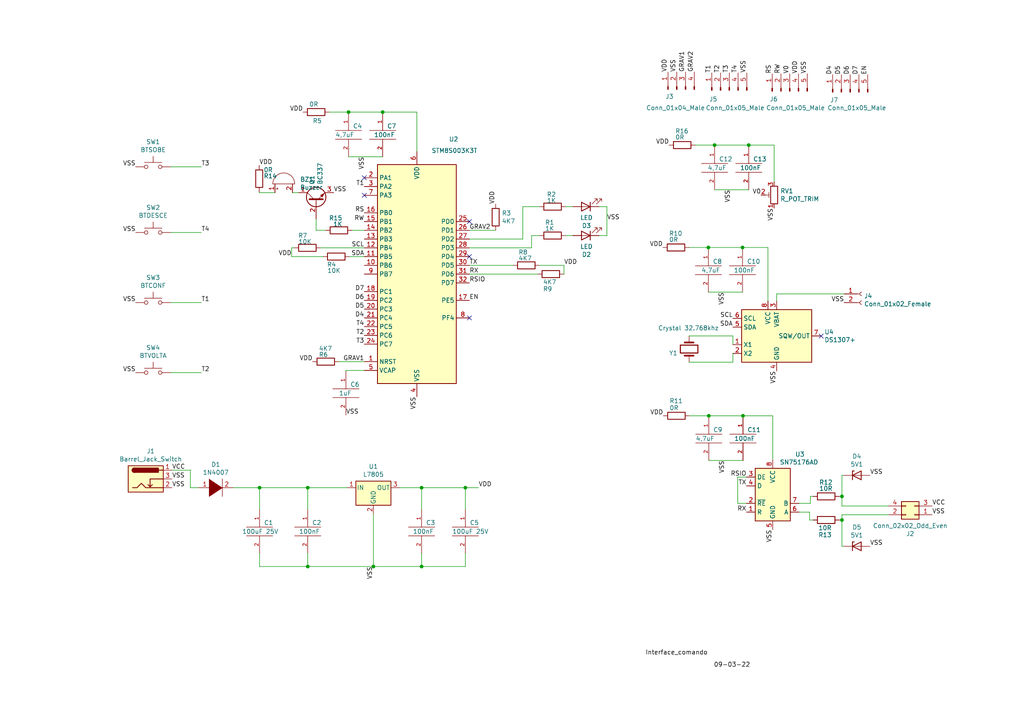
<source format=kicad_sch>
(kicad_sch (version 20211123) (generator eeschema)

  (uuid e4c6fdbb-fdc7-4ad4-a516-240d84cdc120)

  (paper "A4")

  (lib_symbols
    (symbol "Connector:Barrel_Jack_Switch" (pin_names hide) (in_bom yes) (on_board yes)
      (property "Reference" "J" (id 0) (at 0 5.334 0)
        (effects (font (size 1.27 1.27)))
      )
      (property "Value" "Barrel_Jack_Switch" (id 1) (at 0 -5.08 0)
        (effects (font (size 1.27 1.27)))
      )
      (property "Footprint" "" (id 2) (at 1.27 -1.016 0)
        (effects (font (size 1.27 1.27)) hide)
      )
      (property "Datasheet" "~" (id 3) (at 1.27 -1.016 0)
        (effects (font (size 1.27 1.27)) hide)
      )
      (property "ki_keywords" "DC power barrel jack connector" (id 4) (at 0 0 0)
        (effects (font (size 1.27 1.27)) hide)
      )
      (property "ki_description" "DC Barrel Jack with an internal switch" (id 5) (at 0 0 0)
        (effects (font (size 1.27 1.27)) hide)
      )
      (property "ki_fp_filters" "BarrelJack*" (id 6) (at 0 0 0)
        (effects (font (size 1.27 1.27)) hide)
      )
      (symbol "Barrel_Jack_Switch_0_1"
        (rectangle (start -5.08 3.81) (end 5.08 -3.81)
          (stroke (width 0.254) (type default) (color 0 0 0 0))
          (fill (type background))
        )
        (arc (start -3.302 3.175) (mid -3.937 2.54) (end -3.302 1.905)
          (stroke (width 0.254) (type default) (color 0 0 0 0))
          (fill (type none))
        )
        (arc (start -3.302 3.175) (mid -3.937 2.54) (end -3.302 1.905)
          (stroke (width 0.254) (type default) (color 0 0 0 0))
          (fill (type outline))
        )
        (polyline
          (pts
            (xy 1.27 -2.286)
            (xy 1.905 -1.651)
          )
          (stroke (width 0.254) (type default) (color 0 0 0 0))
          (fill (type none))
        )
        (polyline
          (pts
            (xy 5.08 2.54)
            (xy 3.81 2.54)
          )
          (stroke (width 0.254) (type default) (color 0 0 0 0))
          (fill (type none))
        )
        (polyline
          (pts
            (xy 5.08 0)
            (xy 1.27 0)
            (xy 1.27 -2.286)
            (xy 0.635 -1.651)
          )
          (stroke (width 0.254) (type default) (color 0 0 0 0))
          (fill (type none))
        )
        (polyline
          (pts
            (xy -3.81 -2.54)
            (xy -2.54 -2.54)
            (xy -1.27 -1.27)
            (xy 0 -2.54)
            (xy 2.54 -2.54)
            (xy 5.08 -2.54)
          )
          (stroke (width 0.254) (type default) (color 0 0 0 0))
          (fill (type none))
        )
        (rectangle (start 3.683 3.175) (end -3.302 1.905)
          (stroke (width 0.254) (type default) (color 0 0 0 0))
          (fill (type outline))
        )
      )
      (symbol "Barrel_Jack_Switch_1_1"
        (pin passive line (at 7.62 2.54 180) (length 2.54)
          (name "~" (effects (font (size 1.27 1.27))))
          (number "1" (effects (font (size 1.27 1.27))))
        )
        (pin passive line (at 7.62 -2.54 180) (length 2.54)
          (name "~" (effects (font (size 1.27 1.27))))
          (number "2" (effects (font (size 1.27 1.27))))
        )
        (pin passive line (at 7.62 0 180) (length 2.54)
          (name "~" (effects (font (size 1.27 1.27))))
          (number "3" (effects (font (size 1.27 1.27))))
        )
      )
    )
    (symbol "Connector:Conn_01x02_Female" (pin_names (offset 1.016) hide) (in_bom yes) (on_board yes)
      (property "Reference" "J" (id 0) (at 0 2.54 0)
        (effects (font (size 1.27 1.27)))
      )
      (property "Value" "Conn_01x02_Female" (id 1) (at 0 -5.08 0)
        (effects (font (size 1.27 1.27)))
      )
      (property "Footprint" "" (id 2) (at 0 0 0)
        (effects (font (size 1.27 1.27)) hide)
      )
      (property "Datasheet" "~" (id 3) (at 0 0 0)
        (effects (font (size 1.27 1.27)) hide)
      )
      (property "ki_keywords" "connector" (id 4) (at 0 0 0)
        (effects (font (size 1.27 1.27)) hide)
      )
      (property "ki_description" "Generic connector, single row, 01x02, script generated (kicad-library-utils/schlib/autogen/connector/)" (id 5) (at 0 0 0)
        (effects (font (size 1.27 1.27)) hide)
      )
      (property "ki_fp_filters" "Connector*:*_1x??_*" (id 6) (at 0 0 0)
        (effects (font (size 1.27 1.27)) hide)
      )
      (symbol "Conn_01x02_Female_1_1"
        (arc (start 0 -2.032) (mid -0.508 -2.54) (end 0 -3.048)
          (stroke (width 0.1524) (type default) (color 0 0 0 0))
          (fill (type none))
        )
        (polyline
          (pts
            (xy -1.27 -2.54)
            (xy -0.508 -2.54)
          )
          (stroke (width 0.1524) (type default) (color 0 0 0 0))
          (fill (type none))
        )
        (polyline
          (pts
            (xy -1.27 0)
            (xy -0.508 0)
          )
          (stroke (width 0.1524) (type default) (color 0 0 0 0))
          (fill (type none))
        )
        (arc (start 0 0.508) (mid -0.508 0) (end 0 -0.508)
          (stroke (width 0.1524) (type default) (color 0 0 0 0))
          (fill (type none))
        )
        (pin passive line (at -5.08 0 0) (length 3.81)
          (name "Pin_1" (effects (font (size 1.27 1.27))))
          (number "1" (effects (font (size 1.27 1.27))))
        )
        (pin passive line (at -5.08 -2.54 0) (length 3.81)
          (name "Pin_2" (effects (font (size 1.27 1.27))))
          (number "2" (effects (font (size 1.27 1.27))))
        )
      )
    )
    (symbol "Connector:Conn_01x04_Male" (pin_names (offset 1.016) hide) (in_bom yes) (on_board yes)
      (property "Reference" "J" (id 0) (at 0 5.08 0)
        (effects (font (size 1.27 1.27)))
      )
      (property "Value" "Conn_01x04_Male" (id 1) (at 0 -7.62 0)
        (effects (font (size 1.27 1.27)))
      )
      (property "Footprint" "" (id 2) (at 0 0 0)
        (effects (font (size 1.27 1.27)) hide)
      )
      (property "Datasheet" "~" (id 3) (at 0 0 0)
        (effects (font (size 1.27 1.27)) hide)
      )
      (property "ki_keywords" "connector" (id 4) (at 0 0 0)
        (effects (font (size 1.27 1.27)) hide)
      )
      (property "ki_description" "Generic connector, single row, 01x04, script generated (kicad-library-utils/schlib/autogen/connector/)" (id 5) (at 0 0 0)
        (effects (font (size 1.27 1.27)) hide)
      )
      (property "ki_fp_filters" "Connector*:*_1x??_*" (id 6) (at 0 0 0)
        (effects (font (size 1.27 1.27)) hide)
      )
      (symbol "Conn_01x04_Male_1_1"
        (polyline
          (pts
            (xy 1.27 -5.08)
            (xy 0.8636 -5.08)
          )
          (stroke (width 0.1524) (type default) (color 0 0 0 0))
          (fill (type none))
        )
        (polyline
          (pts
            (xy 1.27 -2.54)
            (xy 0.8636 -2.54)
          )
          (stroke (width 0.1524) (type default) (color 0 0 0 0))
          (fill (type none))
        )
        (polyline
          (pts
            (xy 1.27 0)
            (xy 0.8636 0)
          )
          (stroke (width 0.1524) (type default) (color 0 0 0 0))
          (fill (type none))
        )
        (polyline
          (pts
            (xy 1.27 2.54)
            (xy 0.8636 2.54)
          )
          (stroke (width 0.1524) (type default) (color 0 0 0 0))
          (fill (type none))
        )
        (rectangle (start 0.8636 -4.953) (end 0 -5.207)
          (stroke (width 0.1524) (type default) (color 0 0 0 0))
          (fill (type outline))
        )
        (rectangle (start 0.8636 -2.413) (end 0 -2.667)
          (stroke (width 0.1524) (type default) (color 0 0 0 0))
          (fill (type outline))
        )
        (rectangle (start 0.8636 0.127) (end 0 -0.127)
          (stroke (width 0.1524) (type default) (color 0 0 0 0))
          (fill (type outline))
        )
        (rectangle (start 0.8636 2.667) (end 0 2.413)
          (stroke (width 0.1524) (type default) (color 0 0 0 0))
          (fill (type outline))
        )
        (pin passive line (at 5.08 2.54 180) (length 3.81)
          (name "Pin_1" (effects (font (size 1.27 1.27))))
          (number "1" (effects (font (size 1.27 1.27))))
        )
        (pin passive line (at 5.08 0 180) (length 3.81)
          (name "Pin_2" (effects (font (size 1.27 1.27))))
          (number "2" (effects (font (size 1.27 1.27))))
        )
        (pin passive line (at 5.08 -2.54 180) (length 3.81)
          (name "Pin_3" (effects (font (size 1.27 1.27))))
          (number "3" (effects (font (size 1.27 1.27))))
        )
        (pin passive line (at 5.08 -5.08 180) (length 3.81)
          (name "Pin_4" (effects (font (size 1.27 1.27))))
          (number "4" (effects (font (size 1.27 1.27))))
        )
      )
    )
    (symbol "Connector:Conn_01x05_Male" (pin_names (offset 1.016) hide) (in_bom yes) (on_board yes)
      (property "Reference" "J" (id 0) (at 0 7.62 0)
        (effects (font (size 1.27 1.27)))
      )
      (property "Value" "Conn_01x05_Male" (id 1) (at 0 -7.62 0)
        (effects (font (size 1.27 1.27)))
      )
      (property "Footprint" "" (id 2) (at 0 0 0)
        (effects (font (size 1.27 1.27)) hide)
      )
      (property "Datasheet" "~" (id 3) (at 0 0 0)
        (effects (font (size 1.27 1.27)) hide)
      )
      (property "ki_keywords" "connector" (id 4) (at 0 0 0)
        (effects (font (size 1.27 1.27)) hide)
      )
      (property "ki_description" "Generic connector, single row, 01x05, script generated (kicad-library-utils/schlib/autogen/connector/)" (id 5) (at 0 0 0)
        (effects (font (size 1.27 1.27)) hide)
      )
      (property "ki_fp_filters" "Connector*:*_1x??_*" (id 6) (at 0 0 0)
        (effects (font (size 1.27 1.27)) hide)
      )
      (symbol "Conn_01x05_Male_1_1"
        (polyline
          (pts
            (xy 1.27 -5.08)
            (xy 0.8636 -5.08)
          )
          (stroke (width 0.1524) (type default) (color 0 0 0 0))
          (fill (type none))
        )
        (polyline
          (pts
            (xy 1.27 -2.54)
            (xy 0.8636 -2.54)
          )
          (stroke (width 0.1524) (type default) (color 0 0 0 0))
          (fill (type none))
        )
        (polyline
          (pts
            (xy 1.27 0)
            (xy 0.8636 0)
          )
          (stroke (width 0.1524) (type default) (color 0 0 0 0))
          (fill (type none))
        )
        (polyline
          (pts
            (xy 1.27 2.54)
            (xy 0.8636 2.54)
          )
          (stroke (width 0.1524) (type default) (color 0 0 0 0))
          (fill (type none))
        )
        (polyline
          (pts
            (xy 1.27 5.08)
            (xy 0.8636 5.08)
          )
          (stroke (width 0.1524) (type default) (color 0 0 0 0))
          (fill (type none))
        )
        (rectangle (start 0.8636 -4.953) (end 0 -5.207)
          (stroke (width 0.1524) (type default) (color 0 0 0 0))
          (fill (type outline))
        )
        (rectangle (start 0.8636 -2.413) (end 0 -2.667)
          (stroke (width 0.1524) (type default) (color 0 0 0 0))
          (fill (type outline))
        )
        (rectangle (start 0.8636 0.127) (end 0 -0.127)
          (stroke (width 0.1524) (type default) (color 0 0 0 0))
          (fill (type outline))
        )
        (rectangle (start 0.8636 2.667) (end 0 2.413)
          (stroke (width 0.1524) (type default) (color 0 0 0 0))
          (fill (type outline))
        )
        (rectangle (start 0.8636 5.207) (end 0 4.953)
          (stroke (width 0.1524) (type default) (color 0 0 0 0))
          (fill (type outline))
        )
        (pin passive line (at 5.08 5.08 180) (length 3.81)
          (name "Pin_1" (effects (font (size 1.27 1.27))))
          (number "1" (effects (font (size 1.27 1.27))))
        )
        (pin passive line (at 5.08 2.54 180) (length 3.81)
          (name "Pin_2" (effects (font (size 1.27 1.27))))
          (number "2" (effects (font (size 1.27 1.27))))
        )
        (pin passive line (at 5.08 0 180) (length 3.81)
          (name "Pin_3" (effects (font (size 1.27 1.27))))
          (number "3" (effects (font (size 1.27 1.27))))
        )
        (pin passive line (at 5.08 -2.54 180) (length 3.81)
          (name "Pin_4" (effects (font (size 1.27 1.27))))
          (number "4" (effects (font (size 1.27 1.27))))
        )
        (pin passive line (at 5.08 -5.08 180) (length 3.81)
          (name "Pin_5" (effects (font (size 1.27 1.27))))
          (number "5" (effects (font (size 1.27 1.27))))
        )
      )
    )
    (symbol "Connector_Generic:Conn_02x02_Odd_Even" (pin_names (offset 1.016) hide) (in_bom yes) (on_board yes)
      (property "Reference" "J" (id 0) (at 1.27 2.54 0)
        (effects (font (size 1.27 1.27)))
      )
      (property "Value" "Conn_02x02_Odd_Even" (id 1) (at 1.27 -5.08 0)
        (effects (font (size 1.27 1.27)))
      )
      (property "Footprint" "" (id 2) (at 0 0 0)
        (effects (font (size 1.27 1.27)) hide)
      )
      (property "Datasheet" "~" (id 3) (at 0 0 0)
        (effects (font (size 1.27 1.27)) hide)
      )
      (property "ki_keywords" "connector" (id 4) (at 0 0 0)
        (effects (font (size 1.27 1.27)) hide)
      )
      (property "ki_description" "Generic connector, double row, 02x02, odd/even pin numbering scheme (row 1 odd numbers, row 2 even numbers), script generated (kicad-library-utils/schlib/autogen/connector/)" (id 5) (at 0 0 0)
        (effects (font (size 1.27 1.27)) hide)
      )
      (property "ki_fp_filters" "Connector*:*_2x??_*" (id 6) (at 0 0 0)
        (effects (font (size 1.27 1.27)) hide)
      )
      (symbol "Conn_02x02_Odd_Even_1_1"
        (rectangle (start -1.27 -2.413) (end 0 -2.667)
          (stroke (width 0.1524) (type default) (color 0 0 0 0))
          (fill (type none))
        )
        (rectangle (start -1.27 0.127) (end 0 -0.127)
          (stroke (width 0.1524) (type default) (color 0 0 0 0))
          (fill (type none))
        )
        (rectangle (start -1.27 1.27) (end 3.81 -3.81)
          (stroke (width 0.254) (type default) (color 0 0 0 0))
          (fill (type background))
        )
        (rectangle (start 3.81 -2.413) (end 2.54 -2.667)
          (stroke (width 0.1524) (type default) (color 0 0 0 0))
          (fill (type none))
        )
        (rectangle (start 3.81 0.127) (end 2.54 -0.127)
          (stroke (width 0.1524) (type default) (color 0 0 0 0))
          (fill (type none))
        )
        (pin passive line (at -5.08 0 0) (length 3.81)
          (name "Pin_1" (effects (font (size 1.27 1.27))))
          (number "1" (effects (font (size 1.27 1.27))))
        )
        (pin passive line (at 7.62 0 180) (length 3.81)
          (name "Pin_2" (effects (font (size 1.27 1.27))))
          (number "2" (effects (font (size 1.27 1.27))))
        )
        (pin passive line (at -5.08 -2.54 0) (length 3.81)
          (name "Pin_3" (effects (font (size 1.27 1.27))))
          (number "3" (effects (font (size 1.27 1.27))))
        )
        (pin passive line (at 7.62 -2.54 180) (length 3.81)
          (name "Pin_4" (effects (font (size 1.27 1.27))))
          (number "4" (effects (font (size 1.27 1.27))))
        )
      )
    )
    (symbol "Device:Buzzer" (pin_names (offset 0.0254) hide) (in_bom yes) (on_board yes)
      (property "Reference" "BZ" (id 0) (at 3.81 1.27 0)
        (effects (font (size 1.27 1.27)) (justify left))
      )
      (property "Value" "Buzzer" (id 1) (at 3.81 -1.27 0)
        (effects (font (size 1.27 1.27)) (justify left))
      )
      (property "Footprint" "" (id 2) (at -0.635 2.54 90)
        (effects (font (size 1.27 1.27)) hide)
      )
      (property "Datasheet" "~" (id 3) (at -0.635 2.54 90)
        (effects (font (size 1.27 1.27)) hide)
      )
      (property "ki_keywords" "quartz resonator ceramic" (id 4) (at 0 0 0)
        (effects (font (size 1.27 1.27)) hide)
      )
      (property "ki_description" "Buzzer, polarized" (id 5) (at 0 0 0)
        (effects (font (size 1.27 1.27)) hide)
      )
      (property "ki_fp_filters" "*Buzzer*" (id 6) (at 0 0 0)
        (effects (font (size 1.27 1.27)) hide)
      )
      (symbol "Buzzer_0_1"
        (arc (start 0 -3.175) (mid 3.175 0) (end 0 3.175)
          (stroke (width 0) (type default) (color 0 0 0 0))
          (fill (type none))
        )
        (polyline
          (pts
            (xy -1.651 1.905)
            (xy -1.143 1.905)
          )
          (stroke (width 0) (type default) (color 0 0 0 0))
          (fill (type none))
        )
        (polyline
          (pts
            (xy -1.397 2.159)
            (xy -1.397 1.651)
          )
          (stroke (width 0) (type default) (color 0 0 0 0))
          (fill (type none))
        )
        (polyline
          (pts
            (xy 0 3.175)
            (xy 0 -3.175)
          )
          (stroke (width 0) (type default) (color 0 0 0 0))
          (fill (type none))
        )
      )
      (symbol "Buzzer_1_1"
        (pin passive line (at -2.54 2.54 0) (length 2.54)
          (name "-" (effects (font (size 1.27 1.27))))
          (number "1" (effects (font (size 1.27 1.27))))
        )
        (pin passive line (at -2.54 -2.54 0) (length 2.54)
          (name "+" (effects (font (size 1.27 1.27))))
          (number "2" (effects (font (size 1.27 1.27))))
        )
      )
    )
    (symbol "Device:Crystal" (pin_numbers hide) (pin_names (offset 1.016) hide) (in_bom yes) (on_board yes)
      (property "Reference" "Y" (id 0) (at 0 3.81 0)
        (effects (font (size 1.27 1.27)))
      )
      (property "Value" "Crystal" (id 1) (at 0 -3.81 0)
        (effects (font (size 1.27 1.27)))
      )
      (property "Footprint" "" (id 2) (at 0 0 0)
        (effects (font (size 1.27 1.27)) hide)
      )
      (property "Datasheet" "~" (id 3) (at 0 0 0)
        (effects (font (size 1.27 1.27)) hide)
      )
      (property "ki_keywords" "quartz ceramic resonator oscillator" (id 4) (at 0 0 0)
        (effects (font (size 1.27 1.27)) hide)
      )
      (property "ki_description" "Two pin crystal" (id 5) (at 0 0 0)
        (effects (font (size 1.27 1.27)) hide)
      )
      (property "ki_fp_filters" "Crystal*" (id 6) (at 0 0 0)
        (effects (font (size 1.27 1.27)) hide)
      )
      (symbol "Crystal_0_1"
        (rectangle (start -1.143 2.54) (end 1.143 -2.54)
          (stroke (width 0.3048) (type default) (color 0 0 0 0))
          (fill (type none))
        )
        (polyline
          (pts
            (xy -2.54 0)
            (xy -1.905 0)
          )
          (stroke (width 0) (type default) (color 0 0 0 0))
          (fill (type none))
        )
        (polyline
          (pts
            (xy -1.905 -1.27)
            (xy -1.905 1.27)
          )
          (stroke (width 0.508) (type default) (color 0 0 0 0))
          (fill (type none))
        )
        (polyline
          (pts
            (xy 1.905 -1.27)
            (xy 1.905 1.27)
          )
          (stroke (width 0.508) (type default) (color 0 0 0 0))
          (fill (type none))
        )
        (polyline
          (pts
            (xy 2.54 0)
            (xy 1.905 0)
          )
          (stroke (width 0) (type default) (color 0 0 0 0))
          (fill (type none))
        )
      )
      (symbol "Crystal_1_1"
        (pin passive line (at -3.81 0 0) (length 1.27)
          (name "1" (effects (font (size 1.27 1.27))))
          (number "1" (effects (font (size 1.27 1.27))))
        )
        (pin passive line (at 3.81 0 180) (length 1.27)
          (name "2" (effects (font (size 1.27 1.27))))
          (number "2" (effects (font (size 1.27 1.27))))
        )
      )
    )
    (symbol "Device:D_Zener" (pin_numbers hide) (pin_names (offset 1.016) hide) (in_bom yes) (on_board yes)
      (property "Reference" "D" (id 0) (at 0 2.54 0)
        (effects (font (size 1.27 1.27)))
      )
      (property "Value" "D_Zener" (id 1) (at 0 -2.54 0)
        (effects (font (size 1.27 1.27)))
      )
      (property "Footprint" "" (id 2) (at 0 0 0)
        (effects (font (size 1.27 1.27)) hide)
      )
      (property "Datasheet" "~" (id 3) (at 0 0 0)
        (effects (font (size 1.27 1.27)) hide)
      )
      (property "ki_keywords" "diode" (id 4) (at 0 0 0)
        (effects (font (size 1.27 1.27)) hide)
      )
      (property "ki_description" "Zener diode" (id 5) (at 0 0 0)
        (effects (font (size 1.27 1.27)) hide)
      )
      (property "ki_fp_filters" "TO-???* *_Diode_* *SingleDiode* D_*" (id 6) (at 0 0 0)
        (effects (font (size 1.27 1.27)) hide)
      )
      (symbol "D_Zener_0_1"
        (polyline
          (pts
            (xy 1.27 0)
            (xy -1.27 0)
          )
          (stroke (width 0) (type default) (color 0 0 0 0))
          (fill (type none))
        )
        (polyline
          (pts
            (xy -1.27 -1.27)
            (xy -1.27 1.27)
            (xy -0.762 1.27)
          )
          (stroke (width 0.254) (type default) (color 0 0 0 0))
          (fill (type none))
        )
        (polyline
          (pts
            (xy 1.27 -1.27)
            (xy 1.27 1.27)
            (xy -1.27 0)
            (xy 1.27 -1.27)
          )
          (stroke (width 0.254) (type default) (color 0 0 0 0))
          (fill (type none))
        )
      )
      (symbol "D_Zener_1_1"
        (pin passive line (at -3.81 0 0) (length 2.54)
          (name "K" (effects (font (size 1.27 1.27))))
          (number "1" (effects (font (size 1.27 1.27))))
        )
        (pin passive line (at 3.81 0 180) (length 2.54)
          (name "A" (effects (font (size 1.27 1.27))))
          (number "2" (effects (font (size 1.27 1.27))))
        )
      )
    )
    (symbol "Device:LED" (pin_numbers hide) (pin_names (offset 1.016) hide) (in_bom yes) (on_board yes)
      (property "Reference" "D" (id 0) (at 0 2.54 0)
        (effects (font (size 1.27 1.27)))
      )
      (property "Value" "LED" (id 1) (at 0 -2.54 0)
        (effects (font (size 1.27 1.27)))
      )
      (property "Footprint" "" (id 2) (at 0 0 0)
        (effects (font (size 1.27 1.27)) hide)
      )
      (property "Datasheet" "~" (id 3) (at 0 0 0)
        (effects (font (size 1.27 1.27)) hide)
      )
      (property "ki_keywords" "LED diode" (id 4) (at 0 0 0)
        (effects (font (size 1.27 1.27)) hide)
      )
      (property "ki_description" "Light emitting diode" (id 5) (at 0 0 0)
        (effects (font (size 1.27 1.27)) hide)
      )
      (property "ki_fp_filters" "LED* LED_SMD:* LED_THT:*" (id 6) (at 0 0 0)
        (effects (font (size 1.27 1.27)) hide)
      )
      (symbol "LED_0_1"
        (polyline
          (pts
            (xy -1.27 -1.27)
            (xy -1.27 1.27)
          )
          (stroke (width 0.254) (type default) (color 0 0 0 0))
          (fill (type none))
        )
        (polyline
          (pts
            (xy -1.27 0)
            (xy 1.27 0)
          )
          (stroke (width 0) (type default) (color 0 0 0 0))
          (fill (type none))
        )
        (polyline
          (pts
            (xy 1.27 -1.27)
            (xy 1.27 1.27)
            (xy -1.27 0)
            (xy 1.27 -1.27)
          )
          (stroke (width 0.254) (type default) (color 0 0 0 0))
          (fill (type none))
        )
        (polyline
          (pts
            (xy -3.048 -0.762)
            (xy -4.572 -2.286)
            (xy -3.81 -2.286)
            (xy -4.572 -2.286)
            (xy -4.572 -1.524)
          )
          (stroke (width 0) (type default) (color 0 0 0 0))
          (fill (type none))
        )
        (polyline
          (pts
            (xy -1.778 -0.762)
            (xy -3.302 -2.286)
            (xy -2.54 -2.286)
            (xy -3.302 -2.286)
            (xy -3.302 -1.524)
          )
          (stroke (width 0) (type default) (color 0 0 0 0))
          (fill (type none))
        )
      )
      (symbol "LED_1_1"
        (pin passive line (at -3.81 0 0) (length 2.54)
          (name "K" (effects (font (size 1.27 1.27))))
          (number "1" (effects (font (size 1.27 1.27))))
        )
        (pin passive line (at 3.81 0 180) (length 2.54)
          (name "A" (effects (font (size 1.27 1.27))))
          (number "2" (effects (font (size 1.27 1.27))))
        )
      )
    )
    (symbol "Device:R" (pin_numbers hide) (pin_names (offset 0)) (in_bom yes) (on_board yes)
      (property "Reference" "R" (id 0) (at 2.032 0 90)
        (effects (font (size 1.27 1.27)))
      )
      (property "Value" "R" (id 1) (at 0 0 90)
        (effects (font (size 1.27 1.27)))
      )
      (property "Footprint" "" (id 2) (at -1.778 0 90)
        (effects (font (size 1.27 1.27)) hide)
      )
      (property "Datasheet" "~" (id 3) (at 0 0 0)
        (effects (font (size 1.27 1.27)) hide)
      )
      (property "ki_keywords" "R res resistor" (id 4) (at 0 0 0)
        (effects (font (size 1.27 1.27)) hide)
      )
      (property "ki_description" "Resistor" (id 5) (at 0 0 0)
        (effects (font (size 1.27 1.27)) hide)
      )
      (property "ki_fp_filters" "R_*" (id 6) (at 0 0 0)
        (effects (font (size 1.27 1.27)) hide)
      )
      (symbol "R_0_1"
        (rectangle (start -1.016 -2.54) (end 1.016 2.54)
          (stroke (width 0.254) (type default) (color 0 0 0 0))
          (fill (type none))
        )
      )
      (symbol "R_1_1"
        (pin passive line (at 0 3.81 270) (length 1.27)
          (name "~" (effects (font (size 1.27 1.27))))
          (number "1" (effects (font (size 1.27 1.27))))
        )
        (pin passive line (at 0 -3.81 90) (length 1.27)
          (name "~" (effects (font (size 1.27 1.27))))
          (number "2" (effects (font (size 1.27 1.27))))
        )
      )
    )
    (symbol "Interface_UART:SN75176AD" (in_bom yes) (on_board yes)
      (property "Reference" "U" (id 0) (at -4.318 8.89 0)
        (effects (font (size 1.27 1.27)))
      )
      (property "Value" "SN75176AD" (id 1) (at 1.016 8.89 0)
        (effects (font (size 1.27 1.27)) (justify left))
      )
      (property "Footprint" "Package_SO:SOIC-8_3.9x4.9mm_P1.27mm" (id 2) (at 0 -12.7 0)
        (effects (font (size 1.27 1.27)) hide)
      )
      (property "Datasheet" "http://www.ti.com/lit/ds/symlink/sn75176a.pdf" (id 3) (at 40.64 -5.08 0)
        (effects (font (size 1.27 1.27)) hide)
      )
      (property "ki_keywords" "Differential bus transceiver" (id 4) (at 0 0 0)
        (effects (font (size 1.27 1.27)) hide)
      )
      (property "ki_description" "Differential RS-422/RS-485 bus transceiver, SOIC-8" (id 5) (at 0 0 0)
        (effects (font (size 1.27 1.27)) hide)
      )
      (property "ki_fp_filters" "SOIC*3.9x4.9mm*P1.27mm*" (id 6) (at 0 0 0)
        (effects (font (size 1.27 1.27)) hide)
      )
      (symbol "SN75176AD_0_1"
        (rectangle (start -5.08 7.62) (end 5.08 -7.62)
          (stroke (width 0.254) (type default) (color 0 0 0 0))
          (fill (type background))
        )
      )
      (symbol "SN75176AD_1_1"
        (pin output line (at -7.62 -5.08 0) (length 2.54)
          (name "R" (effects (font (size 1.27 1.27))))
          (number "1" (effects (font (size 1.27 1.27))))
        )
        (pin input line (at -7.62 -2.54 0) (length 2.54)
          (name "~{RE}" (effects (font (size 1.27 1.27))))
          (number "2" (effects (font (size 1.27 1.27))))
        )
        (pin input line (at -7.62 5.08 0) (length 2.54)
          (name "DE" (effects (font (size 1.27 1.27))))
          (number "3" (effects (font (size 1.27 1.27))))
        )
        (pin input line (at -7.62 2.54 0) (length 2.54)
          (name "D" (effects (font (size 1.27 1.27))))
          (number "4" (effects (font (size 1.27 1.27))))
        )
        (pin power_in line (at 0 -10.16 90) (length 2.54)
          (name "GND" (effects (font (size 1.27 1.27))))
          (number "5" (effects (font (size 1.27 1.27))))
        )
        (pin bidirectional line (at 7.62 -5.08 180) (length 2.54)
          (name "A" (effects (font (size 1.27 1.27))))
          (number "6" (effects (font (size 1.27 1.27))))
        )
        (pin bidirectional line (at 7.62 -2.54 180) (length 2.54)
          (name "B" (effects (font (size 1.27 1.27))))
          (number "7" (effects (font (size 1.27 1.27))))
        )
        (pin power_in line (at 0 10.16 270) (length 2.54)
          (name "VCC" (effects (font (size 1.27 1.27))))
          (number "8" (effects (font (size 1.27 1.27))))
        )
      )
    )
    (symbol "MCU_ST_STM8:STM8S003K3T" (in_bom yes) (on_board yes)
      (property "Reference" "U" (id 0) (at 1.27 35.56 0)
        (effects (font (size 1.27 1.27)) (justify left))
      )
      (property "Value" "STM8S003K3T" (id 1) (at 1.27 33.02 0)
        (effects (font (size 1.27 1.27)) (justify left))
      )
      (property "Footprint" "Package_QFP:LQFP-32_7x7mm_P0.8mm" (id 2) (at 1.27 38.1 0)
        (effects (font (size 1.27 1.27)) (justify left) hide)
      )
      (property "Datasheet" "http://www.st.com/st-web-ui/static/active/en/resource/technical/document/datasheet/DM00024550.pdf" (id 3) (at 0 0 0)
        (effects (font (size 1.27 1.27)) hide)
      )
      (property "ki_keywords" "STM8 Microcontroller Value Line" (id 4) (at 0 0 0)
        (effects (font (size 1.27 1.27)) hide)
      )
      (property "ki_description" "16MHz, 8K Flash, 1K RAM, 128 EEPROM, LQFP-32" (id 5) (at 0 0 0)
        (effects (font (size 1.27 1.27)) hide)
      )
      (property "ki_fp_filters" "LQFP*7x7mm*P0.8mm*" (id 6) (at 0 0 0)
        (effects (font (size 1.27 1.27)) hide)
      )
      (symbol "STM8S003K3T_0_1"
        (rectangle (start -11.43 31.75) (end 11.43 -31.75)
          (stroke (width 0.254) (type default) (color 0 0 0 0))
          (fill (type background))
        )
      )
      (symbol "STM8S003K3T_1_1"
        (pin input line (at -15.24 -25.4 0) (length 3.81)
          (name "NRST" (effects (font (size 1.27 1.27))))
          (number "1" (effects (font (size 1.27 1.27))))
        )
        (pin bidirectional line (at -15.24 2.54 0) (length 3.81)
          (name "PB6" (effects (font (size 1.27 1.27))))
          (number "10" (effects (font (size 1.27 1.27))))
        )
        (pin bidirectional line (at -15.24 5.08 0) (length 3.81)
          (name "PB5" (effects (font (size 1.27 1.27))))
          (number "11" (effects (font (size 1.27 1.27))))
        )
        (pin bidirectional line (at -15.24 7.62 0) (length 3.81)
          (name "PB4" (effects (font (size 1.27 1.27))))
          (number "12" (effects (font (size 1.27 1.27))))
        )
        (pin bidirectional line (at -15.24 10.16 0) (length 3.81)
          (name "PB3" (effects (font (size 1.27 1.27))))
          (number "13" (effects (font (size 1.27 1.27))))
        )
        (pin bidirectional line (at -15.24 12.7 0) (length 3.81)
          (name "PB2" (effects (font (size 1.27 1.27))))
          (number "14" (effects (font (size 1.27 1.27))))
        )
        (pin bidirectional line (at -15.24 15.24 0) (length 3.81)
          (name "PB1" (effects (font (size 1.27 1.27))))
          (number "15" (effects (font (size 1.27 1.27))))
        )
        (pin bidirectional line (at -15.24 17.78 0) (length 3.81)
          (name "PB0" (effects (font (size 1.27 1.27))))
          (number "16" (effects (font (size 1.27 1.27))))
        )
        (pin bidirectional line (at 15.24 -7.62 180) (length 3.81)
          (name "PE5" (effects (font (size 1.27 1.27))))
          (number "17" (effects (font (size 1.27 1.27))))
        )
        (pin bidirectional line (at -15.24 -5.08 0) (length 3.81)
          (name "PC1" (effects (font (size 1.27 1.27))))
          (number "18" (effects (font (size 1.27 1.27))))
        )
        (pin bidirectional line (at -15.24 -7.62 0) (length 3.81)
          (name "PC2" (effects (font (size 1.27 1.27))))
          (number "19" (effects (font (size 1.27 1.27))))
        )
        (pin bidirectional line (at -15.24 27.94 0) (length 3.81)
          (name "PA1" (effects (font (size 1.27 1.27))))
          (number "2" (effects (font (size 1.27 1.27))))
        )
        (pin bidirectional line (at -15.24 -10.16 0) (length 3.81)
          (name "PC3" (effects (font (size 1.27 1.27))))
          (number "20" (effects (font (size 1.27 1.27))))
        )
        (pin bidirectional line (at -15.24 -12.7 0) (length 3.81)
          (name "PC4" (effects (font (size 1.27 1.27))))
          (number "21" (effects (font (size 1.27 1.27))))
        )
        (pin bidirectional line (at -15.24 -15.24 0) (length 3.81)
          (name "PC5" (effects (font (size 1.27 1.27))))
          (number "22" (effects (font (size 1.27 1.27))))
        )
        (pin bidirectional line (at -15.24 -17.78 0) (length 3.81)
          (name "PC6" (effects (font (size 1.27 1.27))))
          (number "23" (effects (font (size 1.27 1.27))))
        )
        (pin bidirectional line (at -15.24 -20.32 0) (length 3.81)
          (name "PC7" (effects (font (size 1.27 1.27))))
          (number "24" (effects (font (size 1.27 1.27))))
        )
        (pin bidirectional line (at 15.24 15.24 180) (length 3.81)
          (name "PD0" (effects (font (size 1.27 1.27))))
          (number "25" (effects (font (size 1.27 1.27))))
        )
        (pin bidirectional line (at 15.24 12.7 180) (length 3.81)
          (name "PD1" (effects (font (size 1.27 1.27))))
          (number "26" (effects (font (size 1.27 1.27))))
        )
        (pin bidirectional line (at 15.24 10.16 180) (length 3.81)
          (name "PD2" (effects (font (size 1.27 1.27))))
          (number "27" (effects (font (size 1.27 1.27))))
        )
        (pin bidirectional line (at 15.24 7.62 180) (length 3.81)
          (name "PD3" (effects (font (size 1.27 1.27))))
          (number "28" (effects (font (size 1.27 1.27))))
        )
        (pin bidirectional line (at 15.24 5.08 180) (length 3.81)
          (name "PD4" (effects (font (size 1.27 1.27))))
          (number "29" (effects (font (size 1.27 1.27))))
        )
        (pin bidirectional line (at -15.24 25.4 0) (length 3.81)
          (name "PA2" (effects (font (size 1.27 1.27))))
          (number "3" (effects (font (size 1.27 1.27))))
        )
        (pin bidirectional line (at 15.24 2.54 180) (length 3.81)
          (name "PD5" (effects (font (size 1.27 1.27))))
          (number "30" (effects (font (size 1.27 1.27))))
        )
        (pin bidirectional line (at 15.24 0 180) (length 3.81)
          (name "PD6" (effects (font (size 1.27 1.27))))
          (number "31" (effects (font (size 1.27 1.27))))
        )
        (pin bidirectional line (at 15.24 -2.54 180) (length 3.81)
          (name "PD7" (effects (font (size 1.27 1.27))))
          (number "32" (effects (font (size 1.27 1.27))))
        )
        (pin power_in line (at 0 -35.56 90) (length 3.81)
          (name "VSS" (effects (font (size 1.27 1.27))))
          (number "4" (effects (font (size 1.27 1.27))))
        )
        (pin input line (at -15.24 -27.94 0) (length 3.81)
          (name "VCAP" (effects (font (size 1.27 1.27))))
          (number "5" (effects (font (size 1.27 1.27))))
        )
        (pin power_in line (at 0 35.56 270) (length 3.81)
          (name "VDD" (effects (font (size 1.27 1.27))))
          (number "6" (effects (font (size 1.27 1.27))))
        )
        (pin bidirectional line (at -15.24 22.86 0) (length 3.81)
          (name "PA3" (effects (font (size 1.27 1.27))))
          (number "7" (effects (font (size 1.27 1.27))))
        )
        (pin bidirectional line (at 15.24 -12.7 180) (length 3.81)
          (name "PF4" (effects (font (size 1.27 1.27))))
          (number "8" (effects (font (size 1.27 1.27))))
        )
        (pin bidirectional line (at -15.24 0 0) (length 3.81)
          (name "PB7" (effects (font (size 1.27 1.27))))
          (number "9" (effects (font (size 1.27 1.27))))
        )
      )
    )
    (symbol "PCBDisp-rescue:R_POT_TRIM-Device" (pin_names (offset 1.016) hide) (in_bom yes) (on_board yes)
      (property "Reference" "RV" (id 0) (at -4.445 0 90)
        (effects (font (size 1.27 1.27)))
      )
      (property "Value" "R_POT_TRIM-Device" (id 1) (at -2.54 0 90)
        (effects (font (size 1.27 1.27)))
      )
      (property "Footprint" "" (id 2) (at 0 0 0)
        (effects (font (size 1.27 1.27)) hide)
      )
      (property "Datasheet" "" (id 3) (at 0 0 0)
        (effects (font (size 1.27 1.27)) hide)
      )
      (property "ki_fp_filters" "Potentiometer*" (id 4) (at 0 0 0)
        (effects (font (size 1.27 1.27)) hide)
      )
      (symbol "R_POT_TRIM-Device_0_1"
        (polyline
          (pts
            (xy 1.524 0.762)
            (xy 1.524 -0.762)
          )
          (stroke (width 0) (type default) (color 0 0 0 0))
          (fill (type none))
        )
        (polyline
          (pts
            (xy 2.54 0)
            (xy 1.524 0)
          )
          (stroke (width 0) (type default) (color 0 0 0 0))
          (fill (type none))
        )
        (rectangle (start 1.016 2.54) (end -1.016 -2.54)
          (stroke (width 0.254) (type default) (color 0 0 0 0))
          (fill (type none))
        )
      )
      (symbol "R_POT_TRIM-Device_1_1"
        (pin passive line (at 0 3.81 270) (length 1.27)
          (name "1" (effects (font (size 1.27 1.27))))
          (number "1" (effects (font (size 1.27 1.27))))
        )
        (pin passive line (at 3.81 0 180) (length 1.27)
          (name "2" (effects (font (size 1.27 1.27))))
          (number "2" (effects (font (size 1.27 1.27))))
        )
        (pin passive line (at 0 -3.81 90) (length 1.27)
          (name "3" (effects (font (size 1.27 1.27))))
          (number "3" (effects (font (size 1.27 1.27))))
        )
      )
    )
    (symbol "Regulator_Linear:L7805" (pin_names (offset 0.254)) (in_bom yes) (on_board yes)
      (property "Reference" "U" (id 0) (at -3.81 3.175 0)
        (effects (font (size 1.27 1.27)))
      )
      (property "Value" "L7805" (id 1) (at 0 3.175 0)
        (effects (font (size 1.27 1.27)) (justify left))
      )
      (property "Footprint" "" (id 2) (at 0.635 -3.81 0)
        (effects (font (size 1.27 1.27) italic) (justify left) hide)
      )
      (property "Datasheet" "http://www.st.com/content/ccc/resource/technical/document/datasheet/41/4f/b3/b0/12/d4/47/88/CD00000444.pdf/files/CD00000444.pdf/jcr:content/translations/en.CD00000444.pdf" (id 3) (at 0 -1.27 0)
        (effects (font (size 1.27 1.27)) hide)
      )
      (property "ki_keywords" "Voltage Regulator 1.5A Positive" (id 4) (at 0 0 0)
        (effects (font (size 1.27 1.27)) hide)
      )
      (property "ki_description" "Positive 1.5A 35V Linear Regulator, Fixed Output 5V, TO-220/TO-263/TO-252" (id 5) (at 0 0 0)
        (effects (font (size 1.27 1.27)) hide)
      )
      (property "ki_fp_filters" "TO?252* TO?263* TO?220*" (id 6) (at 0 0 0)
        (effects (font (size 1.27 1.27)) hide)
      )
      (symbol "L7805_0_1"
        (rectangle (start -5.08 1.905) (end 5.08 -5.08)
          (stroke (width 0.254) (type default) (color 0 0 0 0))
          (fill (type background))
        )
      )
      (symbol "L7805_1_1"
        (pin power_in line (at -7.62 0 0) (length 2.54)
          (name "IN" (effects (font (size 1.27 1.27))))
          (number "1" (effects (font (size 1.27 1.27))))
        )
        (pin power_in line (at 0 -7.62 90) (length 2.54)
          (name "GND" (effects (font (size 1.27 1.27))))
          (number "2" (effects (font (size 1.27 1.27))))
        )
        (pin power_out line (at 7.62 0 180) (length 2.54)
          (name "OUT" (effects (font (size 1.27 1.27))))
          (number "3" (effects (font (size 1.27 1.27))))
        )
      )
    )
    (symbol "Switch:SW_Push" (pin_numbers hide) (pin_names (offset 1.016) hide) (in_bom yes) (on_board yes)
      (property "Reference" "SW" (id 0) (at 1.27 2.54 0)
        (effects (font (size 1.27 1.27)) (justify left))
      )
      (property "Value" "SW_Push" (id 1) (at 0 -1.524 0)
        (effects (font (size 1.27 1.27)))
      )
      (property "Footprint" "" (id 2) (at 0 5.08 0)
        (effects (font (size 1.27 1.27)) hide)
      )
      (property "Datasheet" "~" (id 3) (at 0 5.08 0)
        (effects (font (size 1.27 1.27)) hide)
      )
      (property "ki_keywords" "switch normally-open pushbutton push-button" (id 4) (at 0 0 0)
        (effects (font (size 1.27 1.27)) hide)
      )
      (property "ki_description" "Push button switch, generic, two pins" (id 5) (at 0 0 0)
        (effects (font (size 1.27 1.27)) hide)
      )
      (symbol "SW_Push_0_1"
        (circle (center -2.032 0) (radius 0.508)
          (stroke (width 0) (type default) (color 0 0 0 0))
          (fill (type none))
        )
        (polyline
          (pts
            (xy 0 1.27)
            (xy 0 3.048)
          )
          (stroke (width 0) (type default) (color 0 0 0 0))
          (fill (type none))
        )
        (polyline
          (pts
            (xy 2.54 1.27)
            (xy -2.54 1.27)
          )
          (stroke (width 0) (type default) (color 0 0 0 0))
          (fill (type none))
        )
        (circle (center 2.032 0) (radius 0.508)
          (stroke (width 0) (type default) (color 0 0 0 0))
          (fill (type none))
        )
        (pin passive line (at -5.08 0 0) (length 2.54)
          (name "1" (effects (font (size 1.27 1.27))))
          (number "1" (effects (font (size 1.27 1.27))))
        )
        (pin passive line (at 5.08 0 180) (length 2.54)
          (name "2" (effects (font (size 1.27 1.27))))
          (number "2" (effects (font (size 1.27 1.27))))
        )
      )
    )
    (symbol "Timer_RTC:DS1307+" (in_bom yes) (on_board yes)
      (property "Reference" "U" (id 0) (at -8.89 8.89 0)
        (effects (font (size 1.27 1.27)))
      )
      (property "Value" "DS1307+" (id 1) (at 1.27 8.89 0)
        (effects (font (size 1.27 1.27)) (justify left))
      )
      (property "Footprint" "Package_DIP:DIP-8_W7.62mm" (id 2) (at 0 -12.7 0)
        (effects (font (size 1.27 1.27)) hide)
      )
      (property "Datasheet" "https://datasheets.maximintegrated.com/en/ds/DS1307.pdf" (id 3) (at 0 -5.08 0)
        (effects (font (size 1.27 1.27)) hide)
      )
      (property "ki_keywords" "RTC, Trickle-Charge Timekeeping Chip" (id 4) (at 0 0 0)
        (effects (font (size 1.27 1.27)) hide)
      )
      (property "ki_description" "64 x 8, Serial, I2C Real-time clock, 4.5V to 5.5V VCC, 0°C to +70°C, DIP-8" (id 5) (at 0 0 0)
        (effects (font (size 1.27 1.27)) hide)
      )
      (property "ki_fp_filters" "DIP*W7.62mm*" (id 6) (at 0 0 0)
        (effects (font (size 1.27 1.27)) hide)
      )
      (symbol "DS1307+_0_1"
        (rectangle (start -10.16 7.62) (end 10.16 -7.62)
          (stroke (width 0.254) (type default) (color 0 0 0 0))
          (fill (type background))
        )
      )
      (symbol "DS1307+_1_1"
        (pin input line (at -12.7 -2.54 0) (length 2.54)
          (name "X1" (effects (font (size 1.27 1.27))))
          (number "1" (effects (font (size 1.27 1.27))))
        )
        (pin input line (at -12.7 -5.08 0) (length 2.54)
          (name "X2" (effects (font (size 1.27 1.27))))
          (number "2" (effects (font (size 1.27 1.27))))
        )
        (pin power_in line (at 0 10.16 270) (length 2.54)
          (name "VBAT" (effects (font (size 1.27 1.27))))
          (number "3" (effects (font (size 1.27 1.27))))
        )
        (pin power_in line (at 0 -10.16 90) (length 2.54)
          (name "GND" (effects (font (size 1.27 1.27))))
          (number "4" (effects (font (size 1.27 1.27))))
        )
        (pin bidirectional line (at -12.7 2.54 0) (length 2.54)
          (name "SDA" (effects (font (size 1.27 1.27))))
          (number "5" (effects (font (size 1.27 1.27))))
        )
        (pin input line (at -12.7 5.08 0) (length 2.54)
          (name "SCL" (effects (font (size 1.27 1.27))))
          (number "6" (effects (font (size 1.27 1.27))))
        )
        (pin open_collector line (at 12.7 0 180) (length 2.54)
          (name "SQW/OUT" (effects (font (size 1.27 1.27))))
          (number "7" (effects (font (size 1.27 1.27))))
        )
        (pin power_in line (at -2.54 10.16 270) (length 2.54)
          (name "VCC" (effects (font (size 1.27 1.27))))
          (number "8" (effects (font (size 1.27 1.27))))
        )
      )
    )
    (symbol "Transistor_BJT:BC337" (pin_names (offset 0) hide) (in_bom yes) (on_board yes)
      (property "Reference" "Q" (id 0) (at 5.08 1.905 0)
        (effects (font (size 1.27 1.27)) (justify left))
      )
      (property "Value" "BC337" (id 1) (at 5.08 0 0)
        (effects (font (size 1.27 1.27)) (justify left))
      )
      (property "Footprint" "Package_TO_SOT_THT:TO-92_Inline" (id 2) (at 5.08 -1.905 0)
        (effects (font (size 1.27 1.27) italic) (justify left) hide)
      )
      (property "Datasheet" "https://diotec.com/tl_files/diotec/files/pdf/datasheets/bc337.pdf" (id 3) (at 0 0 0)
        (effects (font (size 1.27 1.27)) (justify left) hide)
      )
      (property "ki_keywords" "NPN Transistor" (id 4) (at 0 0 0)
        (effects (font (size 1.27 1.27)) hide)
      )
      (property "ki_description" "0.8A Ic, 45V Vce, NPN Transistor, TO-92" (id 5) (at 0 0 0)
        (effects (font (size 1.27 1.27)) hide)
      )
      (property "ki_fp_filters" "TO?92*" (id 6) (at 0 0 0)
        (effects (font (size 1.27 1.27)) hide)
      )
      (symbol "BC337_0_1"
        (polyline
          (pts
            (xy 0 0)
            (xy 0.635 0)
          )
          (stroke (width 0) (type default) (color 0 0 0 0))
          (fill (type none))
        )
        (polyline
          (pts
            (xy 0.635 0.635)
            (xy 2.54 2.54)
          )
          (stroke (width 0) (type default) (color 0 0 0 0))
          (fill (type none))
        )
        (polyline
          (pts
            (xy 0.635 -0.635)
            (xy 2.54 -2.54)
            (xy 2.54 -2.54)
          )
          (stroke (width 0) (type default) (color 0 0 0 0))
          (fill (type none))
        )
        (polyline
          (pts
            (xy 0.635 1.905)
            (xy 0.635 -1.905)
            (xy 0.635 -1.905)
          )
          (stroke (width 0.508) (type default) (color 0 0 0 0))
          (fill (type none))
        )
        (polyline
          (pts
            (xy 1.27 -1.778)
            (xy 1.778 -1.27)
            (xy 2.286 -2.286)
            (xy 1.27 -1.778)
            (xy 1.27 -1.778)
          )
          (stroke (width 0) (type default) (color 0 0 0 0))
          (fill (type outline))
        )
        (circle (center 1.27 0) (radius 2.8194)
          (stroke (width 0.254) (type default) (color 0 0 0 0))
          (fill (type none))
        )
      )
      (symbol "BC337_1_1"
        (pin passive line (at 2.54 5.08 270) (length 2.54)
          (name "C" (effects (font (size 1.27 1.27))))
          (number "1" (effects (font (size 1.27 1.27))))
        )
        (pin input line (at -5.08 0 0) (length 5.08)
          (name "B" (effects (font (size 1.27 1.27))))
          (number "2" (effects (font (size 1.27 1.27))))
        )
        (pin passive line (at 2.54 -5.08 90) (length 2.54)
          (name "E" (effects (font (size 1.27 1.27))))
          (number "3" (effects (font (size 1.27 1.27))))
        )
      )
    )
    (symbol "pspice:CAP" (pin_names (offset 0.254)) (in_bom yes) (on_board yes)
      (property "Reference" "C" (id 0) (at 2.54 3.81 90)
        (effects (font (size 1.27 1.27)))
      )
      (property "Value" "CAP" (id 1) (at 2.54 -3.81 90)
        (effects (font (size 1.27 1.27)))
      )
      (property "Footprint" "" (id 2) (at 0 0 0)
        (effects (font (size 1.27 1.27)) hide)
      )
      (property "Datasheet" "~" (id 3) (at 0 0 0)
        (effects (font (size 1.27 1.27)) hide)
      )
      (property "ki_keywords" "simulation" (id 4) (at 0 0 0)
        (effects (font (size 1.27 1.27)) hide)
      )
      (property "ki_description" "Capacitor symbol for simulation only" (id 5) (at 0 0 0)
        (effects (font (size 1.27 1.27)) hide)
      )
      (symbol "CAP_0_1"
        (polyline
          (pts
            (xy -3.81 -1.27)
            (xy 3.81 -1.27)
          )
          (stroke (width 0) (type default) (color 0 0 0 0))
          (fill (type none))
        )
        (polyline
          (pts
            (xy -3.81 1.27)
            (xy 3.81 1.27)
          )
          (stroke (width 0) (type default) (color 0 0 0 0))
          (fill (type none))
        )
      )
      (symbol "CAP_1_1"
        (pin passive line (at 0 6.35 270) (length 5.08)
          (name "~" (effects (font (size 1.016 1.016))))
          (number "1" (effects (font (size 1.016 1.016))))
        )
        (pin passive line (at 0 -6.35 90) (length 5.08)
          (name "~" (effects (font (size 1.016 1.016))))
          (number "2" (effects (font (size 1.016 1.016))))
        )
      )
    )
    (symbol "pspice:DIODE" (pin_names (offset 1.016) hide) (in_bom yes) (on_board yes)
      (property "Reference" "D" (id 0) (at 0 3.81 0)
        (effects (font (size 1.27 1.27)))
      )
      (property "Value" "DIODE" (id 1) (at 0 -4.445 0)
        (effects (font (size 1.27 1.27)))
      )
      (property "Footprint" "" (id 2) (at 0 0 0)
        (effects (font (size 1.27 1.27)) hide)
      )
      (property "Datasheet" "~" (id 3) (at 0 0 0)
        (effects (font (size 1.27 1.27)) hide)
      )
      (property "ki_keywords" "simulation" (id 4) (at 0 0 0)
        (effects (font (size 1.27 1.27)) hide)
      )
      (property "ki_description" "Diode symbol for simulation only. Pin order incompatible with official kicad footprints" (id 5) (at 0 0 0)
        (effects (font (size 1.27 1.27)) hide)
      )
      (symbol "DIODE_0_1"
        (polyline
          (pts
            (xy 1.905 2.54)
            (xy 1.905 -2.54)
          )
          (stroke (width 0) (type default) (color 0 0 0 0))
          (fill (type none))
        )
        (polyline
          (pts
            (xy -1.905 2.54)
            (xy -1.905 -2.54)
            (xy 1.905 0)
          )
          (stroke (width 0) (type default) (color 0 0 0 0))
          (fill (type outline))
        )
      )
      (symbol "DIODE_1_1"
        (pin input line (at -5.08 0 0) (length 3.81)
          (name "K" (effects (font (size 1.27 1.27))))
          (number "1" (effects (font (size 1.27 1.27))))
        )
        (pin input line (at 5.08 0 180) (length 3.81)
          (name "A" (effects (font (size 1.27 1.27))))
          (number "2" (effects (font (size 1.27 1.27))))
        )
      )
    )
  )

  (junction (at 101.092 32.512) (diameter 0) (color 0 0 0 0)
    (uuid 0cc45b5b-96b3-4284-9cae-a3a9e324a916)
  )
  (junction (at 244.1956 143.9672) (diameter 0) (color 0 0 0 0)
    (uuid 1199146e-a60b-416a-b503-e77d6d2892f9)
  )
  (junction (at 110.998 32.512) (diameter 0) (color 0 0 0 0)
    (uuid 1f8b2c0c-b042-4e2e-80f6-4959a27b238f)
  )
  (junction (at 122.2756 141.4526) (diameter 0) (color 0 0 0 0)
    (uuid 4fa10683-33cd-4dcd-8acc-2415cd63c62a)
  )
  (junction (at 217.17 42.0878) (diameter 0) (color 0 0 0 0)
    (uuid 501880c3-8633-456f-9add-0e8fa1932ba6)
  )
  (junction (at 75.2856 141.4526) (diameter 0) (color 0 0 0 0)
    (uuid 592f25e6-a01b-47fd-8172-3da01117d00a)
  )
  (junction (at 89.2556 164.3126) (diameter 0) (color 0 0 0 0)
    (uuid 597a11f2-5d2c-4a65-ac95-38ad106e1367)
  )
  (junction (at 89.2556 141.4526) (diameter 0) (color 0 0 0 0)
    (uuid 8458d41c-5d62-455d-b6e1-9f718c0faac9)
  )
  (junction (at 207.264 42.0878) (diameter 0) (color 0 0 0 0)
    (uuid 84d296ba-3d39-4264-ad19-947f90c54396)
  )
  (junction (at 215.4936 120.5992) (diameter 0) (color 0 0 0 0)
    (uuid 86dc7a78-7d51-4111-9eea-8a8f7977eb16)
  )
  (junction (at 108.3056 164.3126) (diameter 0) (color 0 0 0 0)
    (uuid 926001fd-2747-4639-8c0f-4fc46ff7218d)
  )
  (junction (at 244.1956 150.8252) (diameter 0) (color 0 0 0 0)
    (uuid 98b00c9d-9188-4bce-aa70-92d12dd9cf82)
  )
  (junction (at 205.5876 120.5992) (diameter 0) (color 0 0 0 0)
    (uuid a7531a95-7ca1-4f34-955e-18120cec99e6)
  )
  (junction (at 122.2756 164.3126) (diameter 0) (color 0 0 0 0)
    (uuid b1ddb058-f7b2-429c-9489-f4e2242ad7e5)
  )
  (junction (at 134.9756 141.4526) (diameter 0) (color 0 0 0 0)
    (uuid c106154f-d948-43e5-abfa-e1b96055d91b)
  )
  (junction (at 205.4606 71.7804) (diameter 0) (color 0 0 0 0)
    (uuid d69a5fdf-de15-4ec9-94f6-f9ee2f4b69fa)
  )
  (junction (at 215.3666 71.7804) (diameter 0) (color 0 0 0 0)
    (uuid fbe8ebfc-2a8e-4eb8-85c5-38ddeaa5dd00)
  )

  (no_connect (at 136.144 92.202) (uuid 5d9921f1-08b3-4cc9-8cf7-e9a72ca2fdb7))
  (no_connect (at 136.144 64.262) (uuid 92035a88-6c95-4a61-bd8a-cb8dd9e5018a))
  (no_connect (at 238.1758 97.4852) (uuid 99dfa524-0366-4808-b4e8-328fc38e8656))
  (no_connect (at 105.664 51.562) (uuid 9dcdc92b-2219-4a4a-8954-45f02cc3ab25))
  (no_connect (at 136.144 74.422) (uuid c8b6b273-3d20-4a46-8069-f6d608563604))
  (no_connect (at 105.664 56.642) (uuid dae72997-44fc-4275-b36f-cd70bf46cfba))

  (wire (pts (xy 234.7976 148.5392) (xy 234.7976 150.8252))
    (stroke (width 0) (type default) (color 0 0 0 0))
    (uuid 009b5465-0a65-4237-93e7-eb65321eeb18)
  )
  (wire (pts (xy 231.7496 148.5392) (xy 234.7976 148.5392))
    (stroke (width 0) (type default) (color 0 0 0 0))
    (uuid 00f3ea8b-8a54-4e56-84ff-d98f6c00496c)
  )
  (wire (pts (xy 84.582 71.882) (xy 84.582 74.422))
    (stroke (width 0) (type default) (color 0 0 0 0))
    (uuid 04cf2f2c-74bf-400d-b4f6-201720df00ed)
  )
  (wire (pts (xy 231.7496 145.9992) (xy 235.0516 145.9992))
    (stroke (width 0) (type default) (color 0 0 0 0))
    (uuid 0520f61d-4522-4301-a3fa-8ed0bf060f69)
  )
  (wire (pts (xy 115.9256 141.4526) (xy 122.2756 141.4526))
    (stroke (width 0) (type default) (color 0 0 0 0))
    (uuid 071522c0-d0ed-49b9-906e-6295f67fb0dc)
  )
  (wire (pts (xy 166.116 68.326) (xy 164.084 68.326))
    (stroke (width 0) (type default) (color 0 0 0 0))
    (uuid 076046ab-4b56-4060-b8d9-0d80806d0277)
  )
  (wire (pts (xy 49.5046 87.757) (xy 58.3946 87.757))
    (stroke (width 0) (type default) (color 0 0 0 0))
    (uuid 097edb1b-8998-4e70-b670-bba125982348)
  )
  (wire (pts (xy 75.184 55.88) (xy 79.756 55.88))
    (stroke (width 0) (type default) (color 0 0 0 0))
    (uuid 0ceb97d6-1b0f-4b71-921e-b0955c30c998)
  )
  (wire (pts (xy 102.108 66.802) (xy 105.664 66.802))
    (stroke (width 0) (type default) (color 0 0 0 0))
    (uuid 0fafc6b9-fd35-4a55-9270-7a8e7ce3cb13)
  )
  (wire (pts (xy 101.092 45.466) (xy 110.998 45.466))
    (stroke (width 0) (type default) (color 0 0 0 0))
    (uuid 0fd35a3e-b394-4aae-875a-fac843f9cbb7)
  )
  (wire (pts (xy 166.116 59.944) (xy 164.084 59.944))
    (stroke (width 0) (type default) (color 0 0 0 0))
    (uuid 1171ce37-6ad7-4662-bb68-5592c945ebf3)
  )
  (wire (pts (xy 91.694 63.5) (xy 91.694 66.802))
    (stroke (width 0) (type default) (color 0 0 0 0))
    (uuid 12a24e86-2c38-4685-bba9-fff8dddb4cb0)
  )
  (wire (pts (xy 215.3666 71.7804) (xy 222.7326 71.7804))
    (stroke (width 0) (type default) (color 0 0 0 0))
    (uuid 155b0b7c-70b4-4a26-a550-bac13cab0aa4)
  )
  (wire (pts (xy 100.33 107.442) (xy 105.664 107.442))
    (stroke (width 0) (type default) (color 0 0 0 0))
    (uuid 18c61c95-8af1-4986-b67e-c7af9c15ab6b)
  )
  (wire (pts (xy 207.264 42.0878) (xy 207.264 42.3418))
    (stroke (width 0) (type default) (color 0 0 0 0))
    (uuid 18d11f32-e1a6-4f29-8e3c-0bfeb07299bd)
  )
  (wire (pts (xy 84.582 74.422) (xy 93.726 74.422))
    (stroke (width 0) (type default) (color 0 0 0 0))
    (uuid 1bdd5841-68b7-42e2-9447-cbdb608d8a08)
  )
  (wire (pts (xy 215.3666 71.7804) (xy 215.3666 72.0344))
    (stroke (width 0) (type default) (color 0 0 0 0))
    (uuid 1fa508ef-df83-4c99-846b-9acf535b3ad9)
  )
  (wire (pts (xy 151.638 59.944) (xy 156.464 59.944))
    (stroke (width 0) (type default) (color 0 0 0 0))
    (uuid 2035ea48-3ef5-4d7f-8c3c-50981b30c89a)
  )
  (wire (pts (xy 75.2856 160.5026) (xy 75.2856 164.3126))
    (stroke (width 0) (type default) (color 0 0 0 0))
    (uuid 20cca02e-4c4d-4961-b6b4-b40a1731b220)
  )
  (wire (pts (xy 234.7976 150.8252) (xy 235.8136 150.8252))
    (stroke (width 0) (type default) (color 0 0 0 0))
    (uuid 221bef83-3ea7-4d3f-adeb-53a8a07c6273)
  )
  (wire (pts (xy 75.2856 141.4526) (xy 89.2556 141.4526))
    (stroke (width 0) (type default) (color 0 0 0 0))
    (uuid 240c10af-51b5-420e-a6f4-a2c8f5db1db5)
  )
  (wire (pts (xy 91.694 66.802) (xy 94.488 66.802))
    (stroke (width 0) (type default) (color 0 0 0 0))
    (uuid 27b2eb82-662b-42d8-90e6-830fec4bb8d2)
  )
  (wire (pts (xy 212.5726 105.0544) (xy 212.5726 102.5144))
    (stroke (width 0) (type default) (color 0 0 0 0))
    (uuid 27d56953-c620-4d5b-9c1c-e48bc3d9684a)
  )
  (wire (pts (xy 122.2756 147.8026) (xy 122.2756 141.4526))
    (stroke (width 0) (type default) (color 0 0 0 0))
    (uuid 2846428d-39de-4eae-8ce2-64955d56c493)
  )
  (wire (pts (xy 101.346 74.422) (xy 105.664 74.422))
    (stroke (width 0) (type default) (color 0 0 0 0))
    (uuid 2878a73c-5447-4cd9-8194-14f52ab9459c)
  )
  (wire (pts (xy 75.2856 141.4526) (xy 75.2856 147.8026))
    (stroke (width 0) (type default) (color 0 0 0 0))
    (uuid 2d697cf0-e02e-4ed1-a048-a704dab0ee43)
  )
  (wire (pts (xy 156.464 76.962) (xy 163.576 76.962))
    (stroke (width 0) (type default) (color 0 0 0 0))
    (uuid 2e90e294-82e1-45da-9bf1-b91dfe0dc8f6)
  )
  (wire (pts (xy 213.9696 138.3792) (xy 213.9696 145.9992))
    (stroke (width 0) (type default) (color 0 0 0 0))
    (uuid 30317bf0-88bb-49e7-bf8b-9f3883982225)
  )
  (wire (pts (xy 95.504 32.512) (xy 101.092 32.512))
    (stroke (width 0) (type default) (color 0 0 0 0))
    (uuid 31540a7e-dc9e-4e4d-96b1-dab15efa5f4b)
  )
  (wire (pts (xy 225.2726 87.2744) (xy 225.2726 85.2424))
    (stroke (width 0) (type default) (color 0 0 0 0))
    (uuid 3326423d-8df7-4a7e-a354-349430b8fbd7)
  )
  (wire (pts (xy 205.5876 133.5532) (xy 215.4936 133.5532))
    (stroke (width 0) (type default) (color 0 0 0 0))
    (uuid 34d03349-6d78-4165-a683-2d8b76f2bae8)
  )
  (wire (pts (xy 215.4936 120.5992) (xy 224.1296 120.5992))
    (stroke (width 0) (type default) (color 0 0 0 0))
    (uuid 37b6c6d6-3e12-4736-912a-ea6e2bf06721)
  )
  (wire (pts (xy 222.7326 71.7804) (xy 222.7326 87.2744))
    (stroke (width 0) (type default) (color 0 0 0 0))
    (uuid 399fc36a-ed5d-44b5-82f7-c6f83d9acc14)
  )
  (wire (pts (xy 213.9696 145.9992) (xy 216.5096 145.9992))
    (stroke (width 0) (type default) (color 0 0 0 0))
    (uuid 3e915099-a18e-49f4-89bb-abe64c2dade5)
  )
  (wire (pts (xy 55.2196 136.3726) (xy 55.2196 141.4526))
    (stroke (width 0) (type default) (color 0 0 0 0))
    (uuid 4185c36c-c66e-4dbd-be5d-841e551f4885)
  )
  (wire (pts (xy 176.022 68.326) (xy 176.022 59.944))
    (stroke (width 0) (type default) (color 0 0 0 0))
    (uuid 43707e99-bdd7-4b02-9974-540ed6c2b0aa)
  )
  (wire (pts (xy 92.964 71.882) (xy 105.664 71.882))
    (stroke (width 0) (type default) (color 0 0 0 0))
    (uuid 44646447-0a8e-4aec-a74e-22bf765d0f33)
  )
  (wire (pts (xy 49.5046 67.437) (xy 58.3946 67.437))
    (stroke (width 0) (type default) (color 0 0 0 0))
    (uuid 477311b9-8f81-40c8-9c55-fd87e287247a)
  )
  (wire (pts (xy 244.1956 143.9672) (xy 244.1956 146.7612))
    (stroke (width 0) (type default) (color 0 0 0 0))
    (uuid 479331ff-c540-41f4-84e6-b48d65171e59)
  )
  (wire (pts (xy 110.998 32.512) (xy 120.904 32.512))
    (stroke (width 0) (type default) (color 0 0 0 0))
    (uuid 4a850cb6-bb24-4274-a902-e49f34f0a0e3)
  )
  (wire (pts (xy 244.1956 143.9672) (xy 244.1956 137.8712))
    (stroke (width 0) (type default) (color 0 0 0 0))
    (uuid 4ba06b66-7669-4c70-b585-f5d4c9c33527)
  )
  (wire (pts (xy 100.6856 141.4526) (xy 89.2556 141.4526))
    (stroke (width 0) (type default) (color 0 0 0 0))
    (uuid 4d4fecdd-be4a-47e9-9085-2268d5852d8f)
  )
  (wire (pts (xy 136.144 66.802) (xy 143.764 66.802))
    (stroke (width 0) (type default) (color 0 0 0 0))
    (uuid 4e27930e-1827-4788-aa6b-487321d46602)
  )
  (wire (pts (xy 108.3056 164.3126) (xy 122.2756 164.3126))
    (stroke (width 0) (type default) (color 0 0 0 0))
    (uuid 4e315e69-0417-463a-8b7f-469a08d1496e)
  )
  (wire (pts (xy 224.1296 133.2992) (xy 224.1296 120.5992))
    (stroke (width 0) (type default) (color 0 0 0 0))
    (uuid 4ec618ae-096f-4256-9328-005ee04f13d6)
  )
  (wire (pts (xy 89.2556 141.4526) (xy 89.2556 147.8026))
    (stroke (width 0) (type default) (color 0 0 0 0))
    (uuid 503dbd88-3e6b-48cc-a2ea-a6e28b52a1f7)
  )
  (wire (pts (xy 75.2856 164.3126) (xy 89.2556 164.3126))
    (stroke (width 0) (type default) (color 0 0 0 0))
    (uuid 5487601b-81d3-4c70-8f3d-cf9df9c63302)
  )
  (wire (pts (xy 98.298 104.902) (xy 105.664 104.902))
    (stroke (width 0) (type default) (color 0 0 0 0))
    (uuid 593b8647-0095-46cc-ba23-3cf2a86edb5e)
  )
  (wire (pts (xy 244.1956 137.8712) (xy 244.7036 137.8712))
    (stroke (width 0) (type default) (color 0 0 0 0))
    (uuid 60ff6322-62e2-4602-9bc0-7a0f0a5ecfbf)
  )
  (wire (pts (xy 201.676 42.0878) (xy 207.264 42.0878))
    (stroke (width 0) (type default) (color 0 0 0 0))
    (uuid 6325c32f-c82a-4357-b022-f9c7e76f412e)
  )
  (wire (pts (xy 205.4606 71.7804) (xy 205.4606 72.0344))
    (stroke (width 0) (type default) (color 0 0 0 0))
    (uuid 6e435cd4-da2b-4602-a0aa-5dd988834dff)
  )
  (wire (pts (xy 205.4606 71.7804) (xy 215.3666 71.7804))
    (stroke (width 0) (type default) (color 0 0 0 0))
    (uuid 6f675e5f-8fe6-4148-baf1-da97afc770f8)
  )
  (wire (pts (xy 136.144 69.342) (xy 151.638 69.342))
    (stroke (width 0) (type default) (color 0 0 0 0))
    (uuid 7a2f50f6-0c99-4e8d-9c2a-8f2f961d2e6d)
  )
  (wire (pts (xy 224.536 42.0878) (xy 224.536 52.7558))
    (stroke (width 0) (type default) (color 0 0 0 0))
    (uuid 7a879184-fad8-4feb-afb5-86fe8d34f1f7)
  )
  (wire (pts (xy 199.8726 97.4344) (xy 212.5726 97.4344))
    (stroke (width 0) (type default) (color 0 0 0 0))
    (uuid 7e0a03ae-d054-4f76-a131-5c09b8dc1636)
  )
  (wire (pts (xy 163.576 76.962) (xy 163.576 79.502))
    (stroke (width 0) (type default) (color 0 0 0 0))
    (uuid 7e1217ba-8a3d-4079-8d7b-b45f90cfbf53)
  )
  (wire (pts (xy 49.5046 48.387) (xy 58.3946 48.387))
    (stroke (width 0) (type default) (color 0 0 0 0))
    (uuid 84e5506c-143e-495f-9aa4-d3a71622f213)
  )
  (wire (pts (xy 134.9756 160.5026) (xy 134.9756 164.3126))
    (stroke (width 0) (type default) (color 0 0 0 0))
    (uuid 88668202-3f0b-4d07-84d4-dcd790f57272)
  )
  (wire (pts (xy 205.5876 120.5992) (xy 215.4936 120.5992))
    (stroke (width 0) (type default) (color 0 0 0 0))
    (uuid 88d2c4b8-79f2-4e8b-9f70-b7e0ed9c70f8)
  )
  (wire (pts (xy 199.9996 120.5992) (xy 205.5876 120.5992))
    (stroke (width 0) (type default) (color 0 0 0 0))
    (uuid 89c0bc4d-eee5-4a77-ac35-d30b35db5cbe)
  )
  (wire (pts (xy 122.2756 160.5026) (xy 122.2756 164.3126))
    (stroke (width 0) (type default) (color 0 0 0 0))
    (uuid 8bc2c25a-a1f1-4ce8-b96a-a4f8f4c35079)
  )
  (wire (pts (xy 101.092 32.512) (xy 101.092 32.766))
    (stroke (width 0) (type default) (color 0 0 0 0))
    (uuid 8c1605f9-6c91-4701-96bf-e753661d5e23)
  )
  (wire (pts (xy 136.144 79.502) (xy 155.956 79.502))
    (stroke (width 0) (type default) (color 0 0 0 0))
    (uuid 8cd050d6-228c-4da0-9533-b4f8d14cfb34)
  )
  (wire (pts (xy 205.4606 84.7344) (xy 215.3666 84.7344))
    (stroke (width 0) (type default) (color 0 0 0 0))
    (uuid 8fc062a7-114d-48eb-a8f8-71128838f380)
  )
  (wire (pts (xy 199.8726 105.0544) (xy 212.5726 105.0544))
    (stroke (width 0) (type default) (color 0 0 0 0))
    (uuid 9193c41e-d425-447d-b95c-6986d66ea01c)
  )
  (wire (pts (xy 217.17 42.0878) (xy 224.536 42.0878))
    (stroke (width 0) (type default) (color 0 0 0 0))
    (uuid 91fe070a-a49b-4bc5-805a-42f23e10d114)
  )
  (wire (pts (xy 85.344 71.882) (xy 84.582 71.882))
    (stroke (width 0) (type default) (color 0 0 0 0))
    (uuid 955cc99e-a129-42cf-abc7-aa99813fdb5f)
  )
  (wire (pts (xy 154.178 68.326) (xy 156.464 68.326))
    (stroke (width 0) (type default) (color 0 0 0 0))
    (uuid 9565d2ee-a4f1-4d08-b2c9-0264233a0d2b)
  )
  (wire (pts (xy 225.2726 85.2424) (xy 244.8306 85.2424))
    (stroke (width 0) (type default) (color 0 0 0 0))
    (uuid 98914cc3-56fe-40bb-820a-3d157225c145)
  )
  (wire (pts (xy 49.5046 108.077) (xy 58.3946 108.077))
    (stroke (width 0) (type default) (color 0 0 0 0))
    (uuid 994b6220-4755-4d84-91b3-6122ac1c2c5e)
  )
  (wire (pts (xy 243.4336 150.8252) (xy 244.1956 150.8252))
    (stroke (width 0) (type default) (color 0 0 0 0))
    (uuid 997c2f12-73ba-4c01-9ee0-42e37cbab790)
  )
  (wire (pts (xy 122.2756 141.4526) (xy 134.9756 141.4526))
    (stroke (width 0) (type default) (color 0 0 0 0))
    (uuid 9cbf35b8-f4d3-42a3-bb16-04ffd03fd8fd)
  )
  (wire (pts (xy 89.2556 164.3126) (xy 89.2556 160.5026))
    (stroke (width 0) (type default) (color 0 0 0 0))
    (uuid a29f8df0-3fae-4edf-8d9c-bd5a875b13e3)
  )
  (wire (pts (xy 100.33 107.442) (xy 100.33 107.696))
    (stroke (width 0) (type default) (color 0 0 0 0))
    (uuid a5be2cb8-c68d-4180-8412-69a6b4c5b1d4)
  )
  (wire (pts (xy 75.184 55.626) (xy 75.184 55.88))
    (stroke (width 0) (type default) (color 0 0 0 0))
    (uuid a7f25f41-0b4c-4430-b6cd-b2160b2db099)
  )
  (wire (pts (xy 207.264 42.0878) (xy 217.17 42.0878))
    (stroke (width 0) (type default) (color 0 0 0 0))
    (uuid a90361cd-254c-4d27-ae1f-9a6c85bafe28)
  )
  (wire (pts (xy 244.1956 158.4452) (xy 244.7036 158.4452))
    (stroke (width 0) (type default) (color 0 0 0 0))
    (uuid aa130053-a451-4f12-97f7-3d4d891a5f83)
  )
  (wire (pts (xy 154.178 71.882) (xy 154.178 68.326))
    (stroke (width 0) (type default) (color 0 0 0 0))
    (uuid ae0e6b31-27d7-4383-a4fc-7557b0a19382)
  )
  (wire (pts (xy 244.1956 149.3012) (xy 244.1956 150.8252))
    (stroke (width 0) (type default) (color 0 0 0 0))
    (uuid afd38b10-2eca-4abe-aed1-a96fb07ffdbe)
  )
  (wire (pts (xy 136.144 71.882) (xy 154.178 71.882))
    (stroke (width 0) (type default) (color 0 0 0 0))
    (uuid b287f145-851e-45cc-b200-e62677b551d5)
  )
  (wire (pts (xy 243.4336 143.9672) (xy 244.1956 143.9672))
    (stroke (width 0) (type default) (color 0 0 0 0))
    (uuid b52d6ff3-fef1-496e-8dd5-ebb89b6bce6a)
  )
  (wire (pts (xy 151.638 69.342) (xy 151.638 59.944))
    (stroke (width 0) (type default) (color 0 0 0 0))
    (uuid ba6fc20e-7eff-4d5f-81e4-d1fad93be155)
  )
  (wire (pts (xy 215.4936 120.5992) (xy 215.4936 120.8532))
    (stroke (width 0) (type default) (color 0 0 0 0))
    (uuid bb4b1afc-c46e-451d-8dad-36b7dec82f26)
  )
  (wire (pts (xy 235.0516 143.9672) (xy 235.8136 143.9672))
    (stroke (width 0) (type default) (color 0 0 0 0))
    (uuid bc0dbc57-3ae8-4ce5-a05c-2d6003bba475)
  )
  (wire (pts (xy 136.144 76.962) (xy 148.844 76.962))
    (stroke (width 0) (type default) (color 0 0 0 0))
    (uuid bde95c06-433a-4c03-bc48-e3abcdb4e054)
  )
  (wire (pts (xy 67.6656 141.4526) (xy 75.2856 141.4526))
    (stroke (width 0) (type default) (color 0 0 0 0))
    (uuid c09938fd-06b9-4771-9f63-2311626243b3)
  )
  (wire (pts (xy 134.9756 141.4526) (xy 138.7856 141.4526))
    (stroke (width 0) (type default) (color 0 0 0 0))
    (uuid c24d6ac8-802d-4df3-a210-9cb1f693e865)
  )
  (wire (pts (xy 217.17 42.0878) (xy 217.17 42.3418))
    (stroke (width 0) (type default) (color 0 0 0 0))
    (uuid c8a7af6e-c432-4fa3-91ee-c8bf0c5a9ebe)
  )
  (wire (pts (xy 235.0516 145.9992) (xy 235.0516 143.9672))
    (stroke (width 0) (type default) (color 0 0 0 0))
    (uuid c8b92953-cd23-44e6-85ce-083fb8c3f20f)
  )
  (wire (pts (xy 244.1956 149.3012) (xy 257.6576 149.3012))
    (stroke (width 0) (type default) (color 0 0 0 0))
    (uuid c8fd9dd3-06ad-4146-9239-0065013959ef)
  )
  (wire (pts (xy 108.3056 149.0726) (xy 108.3056 164.3126))
    (stroke (width 0) (type default) (color 0 0 0 0))
    (uuid cb614b23-9af3-4aec-bed8-c1374e001510)
  )
  (wire (pts (xy 244.1956 146.7612) (xy 257.6576 146.7612))
    (stroke (width 0) (type default) (color 0 0 0 0))
    (uuid cc15f583-a41b-43af-ba94-a75455506a96)
  )
  (wire (pts (xy 49.8856 136.3726) (xy 55.2196 136.3726))
    (stroke (width 0) (type default) (color 0 0 0 0))
    (uuid cc48dd41-7768-48d3-b096-2c4cc2126c9d)
  )
  (wire (pts (xy 57.5056 141.4526) (xy 55.2196 141.4526))
    (stroke (width 0) (type default) (color 0 0 0 0))
    (uuid d39d813e-3e64-490c-ba5c-a64bb5ad6bd0)
  )
  (wire (pts (xy 173.736 68.326) (xy 176.022 68.326))
    (stroke (width 0) (type default) (color 0 0 0 0))
    (uuid d4c9471f-7503-4339-928c-d1abae1eede6)
  )
  (wire (pts (xy 212.5726 97.4344) (xy 212.5726 99.9744))
    (stroke (width 0) (type default) (color 0 0 0 0))
    (uuid d6fb27cf-362d-4568-967c-a5bf49d5931b)
  )
  (wire (pts (xy 176.022 59.944) (xy 173.736 59.944))
    (stroke (width 0) (type default) (color 0 0 0 0))
    (uuid e17e6c0e-7e5b-43f0-ad48-0a2760b45b04)
  )
  (wire (pts (xy 205.5876 120.5992) (xy 205.5876 120.8532))
    (stroke (width 0) (type default) (color 0 0 0 0))
    (uuid e1c30a32-820e-4b17-aec9-5cb8b76f0ccc)
  )
  (wire (pts (xy 89.2556 164.3126) (xy 108.3056 164.3126))
    (stroke (width 0) (type default) (color 0 0 0 0))
    (uuid e3fc1e69-a11c-4c84-8952-fefb9372474e)
  )
  (wire (pts (xy 120.904 32.512) (xy 120.904 43.942))
    (stroke (width 0) (type default) (color 0 0 0 0))
    (uuid e5203297-b913-4288-a576-12a92185cb52)
  )
  (wire (pts (xy 244.1956 150.8252) (xy 244.1956 158.4452))
    (stroke (width 0) (type default) (color 0 0 0 0))
    (uuid e7369115-d491-4ef3-be3d-f5298992c3e8)
  )
  (wire (pts (xy 216.5096 138.3792) (xy 213.9696 138.3792))
    (stroke (width 0) (type default) (color 0 0 0 0))
    (uuid eab9c52c-3aa0-43a7-bc7f-7e234ff1e9f4)
  )
  (wire (pts (xy 199.8726 71.7804) (xy 205.4606 71.7804))
    (stroke (width 0) (type default) (color 0 0 0 0))
    (uuid eae14f5f-515c-4a6f-ad0e-e8ef233d14bf)
  )
  (wire (pts (xy 122.2756 164.3126) (xy 134.9756 164.3126))
    (stroke (width 0) (type default) (color 0 0 0 0))
    (uuid eee16674-2d21-45b6-ab5e-d669125df26c)
  )
  (wire (pts (xy 101.092 32.512) (xy 110.998 32.512))
    (stroke (width 0) (type default) (color 0 0 0 0))
    (uuid f1447ad6-651c-45be-a2d6-33bddf672c2c)
  )
  (wire (pts (xy 84.836 55.88) (xy 86.614 55.88))
    (stroke (width 0) (type default) (color 0 0 0 0))
    (uuid f357ddb5-3f44-43b0-b00d-d64f5c62ba4a)
  )
  (wire (pts (xy 134.9756 147.8026) (xy 134.9756 141.4526))
    (stroke (width 0) (type default) (color 0 0 0 0))
    (uuid f449bd37-cc90-4487-aee6-2a20b8d2843a)
  )
  (wire (pts (xy 110.998 32.512) (xy 110.998 32.766))
    (stroke (width 0) (type default) (color 0 0 0 0))
    (uuid f6c644f4-3036-41a6-9e14-2c08c079c6cd)
  )
  (wire (pts (xy 207.264 55.0418) (xy 217.17 55.0418))
    (stroke (width 0) (type default) (color 0 0 0 0))
    (uuid fe14c012-3d58-4e5e-9a37-4b9765a7f764)
  )

  (label "RS" (at 105.664 61.722 180)
    (effects (font (size 1.27 1.27)) (justify right bottom))
    (uuid 099096e4-8c2a-4d84-a16f-06b4b6330e7a)
  )
  (label "T3" (at 211.5312 21.1328 90)
    (effects (font (size 1.27 1.27)) (justify left bottom))
    (uuid 0a1a4d88-972a-46ce-b25e-6cb796bd41f7)
  )
  (label "VSS" (at 39.3446 87.757 180)
    (effects (font (size 1.27 1.27)) (justify right bottom))
    (uuid 0e1ed1c5-7428-4dc7-b76e-49b2d5f8177d)
  )
  (label "VDD" (at 163.576 76.962 0)
    (effects (font (size 1.27 1.27)) (justify left bottom))
    (uuid 0fdc6f30-77bc-4e9b-8665-c8aa9acf5bf9)
  )
  (label "VSS" (at 39.3446 67.437 180)
    (effects (font (size 1.27 1.27)) (justify right bottom))
    (uuid 14c51520-6d91-4098-a59a-5121f2a898f7)
  )
  (label "RX" (at 136.144 79.502 0)
    (effects (font (size 1.27 1.27)) (justify left bottom))
    (uuid 15fe8f3d-6077-4e0e-81d0-8ec3f4538981)
  )
  (label "D7" (at 105.664 84.582 180)
    (effects (font (size 1.27 1.27)) (justify right bottom))
    (uuid 1e518c2a-4cb7-4599-a1fa-5b9f847da7d3)
  )
  (label "GRAV1" (at 198.8312 20.8788 90)
    (effects (font (size 1.27 1.27)) (justify left bottom))
    (uuid 1fbb0219-551e-409b-a61b-76e8cebdfb9d)
  )
  (label "RW" (at 226.5172 21.3868 90)
    (effects (font (size 1.27 1.27)) (justify left bottom))
    (uuid 22bb6c80-05a9-4d89-98b0-f4c23fe6c1ce)
  )
  (label "VSS" (at 39.3446 48.387 180)
    (effects (font (size 1.27 1.27)) (justify right bottom))
    (uuid 2d67a417-188f-4014-9282-000265d80009)
  )
  (label "D7" (at 249.1232 21.6408 90)
    (effects (font (size 1.27 1.27)) (justify left bottom))
    (uuid 30c33e3e-fb78-498d-bffe-76273d527004)
  )
  (label "D4" (at 105.664 92.202 180)
    (effects (font (size 1.27 1.27)) (justify right bottom))
    (uuid 34a74736-156e-4bf3-9200-cd137cfa59da)
  )
  (label "VSS" (at 96.774 55.88 0)
    (effects (font (size 1.27 1.27)) (justify left bottom))
    (uuid 35ef9c4a-35f6-467b-a704-b1d9354880cf)
  )
  (label "T2" (at 208.9912 21.1328 90)
    (effects (font (size 1.27 1.27)) (justify left bottom))
    (uuid 36d783e7-096f-4c97-9672-7e08c083b87b)
  )
  (label "VSS" (at 49.8856 138.9126 0)
    (effects (font (size 1.27 1.27)) (justify left bottom))
    (uuid 382ca670-6ae8-4de6-90f9-f241d1337171)
  )
  (label "VSS" (at 244.8306 87.7824 180)
    (effects (font (size 1.27 1.27)) (justify right bottom))
    (uuid 3c5e5ea9-793d-46e3-86bc-5884c4490dc7)
  )
  (label "VSS" (at 270.3576 149.3012 0)
    (effects (font (size 1.27 1.27)) (justify left bottom))
    (uuid 3f43d730-2a73-49fe-9672-32428e7f5b49)
  )
  (label "SCL" (at 105.664 71.882 180)
    (effects (font (size 1.27 1.27)) (justify right bottom))
    (uuid 41acfe41-fac7-432a-a7a3-946566e2d504)
  )
  (label "Interface_comando" (at 187.198 190.246 0)
    (effects (font (size 1.27 1.27)) (justify left bottom))
    (uuid 477892a1-722e-4cda-bb6c-fcdb8ba5f93e)
  )
  (label "VSS" (at 252.3236 158.4452 0)
    (effects (font (size 1.27 1.27)) (justify left bottom))
    (uuid 4d586a18-26c5-441e-a9ff-8125ee516126)
  )
  (label "VSS" (at 210.2866 84.7344 270)
    (effects (font (size 1.27 1.27)) (justify right bottom))
    (uuid 4f411f68-04bd-4175-a406-bcaa4cf6601e)
  )
  (label "V0" (at 220.726 56.5658 180)
    (effects (font (size 1.27 1.27)) (justify right bottom))
    (uuid 528fd7da-c9a6-40ae-9f1a-60f6a7f4d534)
  )
  (label "D4" (at 241.5032 21.6408 90)
    (effects (font (size 1.27 1.27)) (justify left bottom))
    (uuid 57276367-9ce4-4738-88d7-6e8cb94c966c)
  )
  (label "VSS" (at 108.3056 164.3126 270)
    (effects (font (size 1.27 1.27)) (justify right bottom))
    (uuid 59ec3156-036e-4049-89db-91a9dd07095f)
  )
  (label "D6" (at 246.5832 21.6408 90)
    (effects (font (size 1.27 1.27)) (justify left bottom))
    (uuid 5b0a5a46-7b51-4262-a80e-d33dd1806615)
  )
  (label "VDD" (at 143.764 59.182 90)
    (effects (font (size 1.27 1.27)) (justify left bottom))
    (uuid 60aa0ce8-9d0e-48ca-bbf9-866403979e9b)
  )
  (label "T4" (at 58.3946 67.437 0)
    (effects (font (size 1.27 1.27)) (justify left bottom))
    (uuid 6284122b-79c3-4e04-925e-3d32cc3ec077)
  )
  (label "SDA" (at 105.664 74.422 180)
    (effects (font (size 1.27 1.27)) (justify right bottom))
    (uuid 644ae9fc-3c8e-4089-866e-a12bf371c3e9)
  )
  (label "T3" (at 58.3946 48.387 0)
    (effects (font (size 1.27 1.27)) (justify left bottom))
    (uuid 67763d19-f622-4e1e-81e5-5b24da7c3f99)
  )
  (label "VDD" (at 138.7856 141.4526 0)
    (effects (font (size 1.27 1.27)) (justify left bottom))
    (uuid 6a2b20ae-096c-4d9f-92f8-2087c865914f)
  )
  (label "VDD" (at 194.056 42.0878 180)
    (effects (font (size 1.27 1.27)) (justify right bottom))
    (uuid 6afc19cf-38b4-47a3-bc2b-445b18724310)
  )
  (label "VDD" (at 87.884 32.512 180)
    (effects (font (size 1.27 1.27)) (justify right bottom))
    (uuid 6b7c1048-12b6-46b2-b762-fa3ad30472dd)
  )
  (label "VSS" (at 234.1372 21.3868 90)
    (effects (font (size 1.27 1.27)) (justify left bottom))
    (uuid 72508b1f-1505-46cb-9d37-2081c5a12aca)
  )
  (label "VSS" (at 120.904 115.062 270)
    (effects (font (size 1.27 1.27)) (justify right bottom))
    (uuid 789ca812-3e0c-4a3f-97bc-a916dd9bce80)
  )
  (label "VDD" (at 193.7512 20.8788 90)
    (effects (font (size 1.27 1.27)) (justify left bottom))
    (uuid 79770cd5-32d7-429a-8248-0d9e6212231a)
  )
  (label "GRAV2" (at 201.3712 20.8788 90)
    (effects (font (size 1.27 1.27)) (justify left bottom))
    (uuid 7bfba61b-6752-4a45-9ee6-5984dcb15041)
  )
  (label "V0" (at 229.0572 21.3868 90)
    (effects (font (size 1.27 1.27)) (justify left bottom))
    (uuid 802c2dc3-ca9f-491e-9d66-7893e89ac34c)
  )
  (label "TX" (at 136.144 76.962 0)
    (effects (font (size 1.27 1.27)) (justify left bottom))
    (uuid 814763c2-92e5-4a2c-941c-9bbd073f6e87)
  )
  (label "GRAV2" (at 136.144 66.802 0)
    (effects (font (size 1.27 1.27)) (justify left bottom))
    (uuid 82be7aae-5d06-4178-8c3e-98760c41b054)
  )
  (label "RW" (at 105.664 64.262 180)
    (effects (font (size 1.27 1.27)) (justify right bottom))
    (uuid 87d7448e-e139-4209-ae0b-372f805267da)
  )
  (label "T4" (at 105.664 94.742 180)
    (effects (font (size 1.27 1.27)) (justify right bottom))
    (uuid 88cb65f4-7e9e-44eb-8692-3b6e2e788a94)
  )
  (label "VDD" (at 192.2526 71.7804 180)
    (effects (font (size 1.27 1.27)) (justify right bottom))
    (uuid 917920ab-0c6e-4927-974d-ef342cdd4f63)
  )
  (label "VSS" (at 224.1296 153.6192 270)
    (effects (font (size 1.27 1.27)) (justify right bottom))
    (uuid 9186dae5-6dc3-4744-9f90-e697559c6ac8)
  )
  (label "VSS" (at 252.3236 137.8712 0)
    (effects (font (size 1.27 1.27)) (justify left bottom))
    (uuid 9186fd02-f30d-4e17-aa38-378ab73e3908)
  )
  (label "VSS" (at 196.2912 20.8788 90)
    (effects (font (size 1.27 1.27)) (justify left bottom))
    (uuid 99332785-d9f1-4363-9377-26ddc18e6d2c)
  )
  (label "SCL" (at 212.5726 92.3544 180)
    (effects (font (size 1.27 1.27)) (justify right bottom))
    (uuid 9b3c58a7-a9b9-4498-abc0-f9f43e4f0292)
  )
  (label "T2" (at 58.3946 108.077 0)
    (effects (font (size 1.27 1.27)) (justify left bottom))
    (uuid a13ab237-8f8d-4e16-8c47-4440653b8534)
  )
  (label "VCC" (at 270.3576 146.7612 0)
    (effects (font (size 1.27 1.27)) (justify left bottom))
    (uuid a24ce0e2-fdd3-4e6a-b754-5dee9713dd27)
  )
  (label "VDD" (at 90.678 104.902 180)
    (effects (font (size 1.27 1.27)) (justify right bottom))
    (uuid a53767ed-bb28-4f90-abe0-e0ea734812a4)
  )
  (label "VSS" (at 49.8856 141.4526 0)
    (effects (font (size 1.27 1.27)) (justify left bottom))
    (uuid a8b4bc7e-da32-4fb8-b71a-d7b47c6f741f)
  )
  (label "VDD" (at 84.582 74.422 180)
    (effects (font (size 1.27 1.27)) (justify right bottom))
    (uuid aa2ea573-3f20-43c1-aa99-1f9c6031a9aa)
  )
  (label "09-03-22" (at 207.01 193.802 0)
    (effects (font (size 1.27 1.27)) (justify left bottom))
    (uuid b09666f9-12f1-4ee9-8877-2292c94258ca)
  )
  (label "VSS" (at 100.33 120.396 0)
    (effects (font (size 1.27 1.27)) (justify left bottom))
    (uuid b7867831-ef82-4f33-a926-59e5c1c09b91)
  )
  (label "VDD" (at 75.184 48.006 0)
    (effects (font (size 1.27 1.27)) (justify left bottom))
    (uuid b8b961e9-8a60-45fc-999a-a7a3baff4e0d)
  )
  (label "VSS" (at 216.6112 21.1328 90)
    (effects (font (size 1.27 1.27)) (justify left bottom))
    (uuid bdf40d30-88ff-4479-bad1-69529464b61b)
  )
  (label "VSS" (at 105.918 45.466 270)
    (effects (font (size 1.27 1.27)) (justify right bottom))
    (uuid c088f712-1abe-4cac-9a8b-d564931395aa)
  )
  (label "EN" (at 251.6632 21.6408 90)
    (effects (font (size 1.27 1.27)) (justify left bottom))
    (uuid c3b3d7f4-943f-4cff-b180-87ef3e1bcbff)
  )
  (label "VSS" (at 224.536 60.3758 270)
    (effects (font (size 1.27 1.27)) (justify right bottom))
    (uuid c454102f-dc92-4550-9492-797fc8e6b49c)
  )
  (label "T4" (at 214.0712 21.1328 90)
    (effects (font (size 1.27 1.27)) (justify left bottom))
    (uuid c9b9e62d-dede-4d1a-9a05-275614f8bdb2)
  )
  (label "T1" (at 58.3946 87.757 0)
    (effects (font (size 1.27 1.27)) (justify left bottom))
    (uuid ca5a4651-0d1d-441b-b17d-01518ef3b656)
  )
  (label "RSIO" (at 216.5096 138.3792 180)
    (effects (font (size 1.27 1.27)) (justify right bottom))
    (uuid cab3d9da-85df-43bc-912d-e55aee412d29)
  )
  (label "T1" (at 206.4512 21.1328 90)
    (effects (font (size 1.27 1.27)) (justify left bottom))
    (uuid cb6062da-8dcd-4826-92fd-4071e9e97213)
  )
  (label "T1" (at 105.664 54.102 180)
    (effects (font (size 1.27 1.27)) (justify right bottom))
    (uuid cb721686-5255-4788-a3b0-ce4312e32eb7)
  )
  (label "VSS" (at 212.09 55.0418 270)
    (effects (font (size 1.27 1.27)) (justify right bottom))
    (uuid d01102e9-b170-4eb1-a0a4-9a31feb850b7)
  )
  (label "D5" (at 105.664 89.662 180)
    (effects (font (size 1.27 1.27)) (justify right bottom))
    (uuid d0d2eee9-31f6-44fa-8149-ebb4dc2dc0dc)
  )
  (label "TX" (at 216.5096 140.9192 180)
    (effects (font (size 1.27 1.27)) (justify right bottom))
    (uuid d3d57924-54a6-421d-a3a0-a044fc909e88)
  )
  (label "T2" (at 105.664 97.282 180)
    (effects (font (size 1.27 1.27)) (justify right bottom))
    (uuid d4db7f11-8cfe-40d2-b021-b36f05241701)
  )
  (label "VSS" (at 225.2726 107.5944 270)
    (effects (font (size 1.27 1.27)) (justify right bottom))
    (uuid e1535036-5d36-405f-bb86-3819621c4f23)
  )
  (label "SDA" (at 212.5726 94.8944 180)
    (effects (font (size 1.27 1.27)) (justify right bottom))
    (uuid e40e8cef-4fb0-4fc3-be09-3875b2cc8469)
  )
  (label "VSS" (at 176.022 64.008 0)
    (effects (font (size 1.27 1.27)) (justify left bottom))
    (uuid e4e20505-1208-4100-a4aa-676f50844c06)
  )
  (label "D5" (at 244.0432 21.6408 90)
    (effects (font (size 1.27 1.27)) (justify left bottom))
    (uuid e5217a0c-7f55-4c30-adda-7f8d95709d1b)
  )
  (label "RSIO" (at 136.144 82.042 0)
    (effects (font (size 1.27 1.27)) (justify left bottom))
    (uuid e65b62be-e01b-4688-a999-1d1be370c4ae)
  )
  (label "VSS" (at 210.4136 133.5532 270)
    (effects (font (size 1.27 1.27)) (justify right bottom))
    (uuid ea6fde00-59dc-4a79-a647-7e38199fae0e)
  )
  (label "D6" (at 105.664 87.122 180)
    (effects (font (size 1.27 1.27)) (justify right bottom))
    (uuid ee41cb8e-512d-41d2-81e1-3c50fff32aeb)
  )
  (label "VDD" (at 231.5972 21.3868 90)
    (effects (font (size 1.27 1.27)) (justify left bottom))
    (uuid eed466bf-cd88-4860-9abf-41a594ca08bd)
  )
  (label "VSS" (at 39.3446 108.077 180)
    (effects (font (size 1.27 1.27)) (justify right bottom))
    (uuid f40d350f-0d3e-4f8a-b004-d950f2f8f1ba)
  )
  (label "RX" (at 216.5096 148.5392 180)
    (effects (font (size 1.27 1.27)) (justify right bottom))
    (uuid f73b5500-6337-4860-a114-6e307f65ec9f)
  )
  (label "RS" (at 223.9772 21.3868 90)
    (effects (font (size 1.27 1.27)) (justify left bottom))
    (uuid f8bd6470-fafd-47f2-8ed5-9449988187ce)
  )
  (label "VDD" (at 192.3796 120.5992 180)
    (effects (font (size 1.27 1.27)) (justify right bottom))
    (uuid f8fc38ec-0b98-40bc-ae2f-e5cc29973bca)
  )
  (label "GRAV1" (at 105.664 104.902 180)
    (effects (font (size 1.27 1.27)) (justify right bottom))
    (uuid f9403623-c00c-4b71-bc5c-d763ff009386)
  )
  (label "EN" (at 136.144 87.122 0)
    (effects (font (size 1.27 1.27)) (justify left bottom))
    (uuid f959907b-1cef-4760-b043-4260a660a2ae)
  )
  (label "T3" (at 105.664 99.822 180)
    (effects (font (size 1.27 1.27)) (justify right bottom))
    (uuid faa1812c-fdf3-47ae-9cf4-ae06a263bfbd)
  )
  (label "VCC" (at 49.8856 136.3726 0)
    (effects (font (size 1.27 1.27)) (justify left bottom))
    (uuid feb26ecb-9193-46ea-a41b-d09305bf0a3e)
  )

  (symbol (lib_id "Switch:SW_Push") (at 44.4246 48.387 0) (unit 1)
    (in_bom yes) (on_board yes)
    (uuid 00000000-0000-0000-0000-000061ee7edf)
    (property "Reference" "SW1" (id 0) (at 44.4246 41.148 0))
    (property "Value" "" (id 1) (at 44.4246 43.4594 0))
    (property "Footprint" "" (id 2) (at 44.4246 43.307 0)
      (effects (font (size 1.27 1.27)) hide)
    )
    (property "Datasheet" "~" (id 3) (at 44.4246 43.307 0)
      (effects (font (size 1.27 1.27)) hide)
    )
    (pin "1" (uuid 58ed0887-84ff-4fde-8805-f5103bfe8779))
    (pin "2" (uuid f8be66c4-dea9-496d-b95e-e8a584ad298c))
  )

  (symbol (lib_id "Switch:SW_Push") (at 44.4246 67.437 0) (unit 1)
    (in_bom yes) (on_board yes)
    (uuid 00000000-0000-0000-0000-000061ee8a68)
    (property "Reference" "SW2" (id 0) (at 44.4246 60.198 0))
    (property "Value" "" (id 1) (at 44.4246 62.5094 0))
    (property "Footprint" "" (id 2) (at 44.4246 62.357 0)
      (effects (font (size 1.27 1.27)) hide)
    )
    (property "Datasheet" "~" (id 3) (at 44.4246 62.357 0)
      (effects (font (size 1.27 1.27)) hide)
    )
    (pin "1" (uuid 880080f7-1261-43c8-98fe-55aa41a862e9))
    (pin "2" (uuid 10c3893f-272b-42dc-b850-cb0ec45c4333))
  )

  (symbol (lib_id "Switch:SW_Push") (at 44.4246 87.757 0) (unit 1)
    (in_bom yes) (on_board yes)
    (uuid 00000000-0000-0000-0000-000061ee8f15)
    (property "Reference" "SW3" (id 0) (at 44.4246 80.518 0))
    (property "Value" "" (id 1) (at 44.4246 82.8294 0))
    (property "Footprint" "" (id 2) (at 44.4246 82.677 0)
      (effects (font (size 1.27 1.27)) hide)
    )
    (property "Datasheet" "~" (id 3) (at 44.4246 82.677 0)
      (effects (font (size 1.27 1.27)) hide)
    )
    (pin "1" (uuid 84e5e1a0-2ad6-4029-8c11-2081bac370ac))
    (pin "2" (uuid bee98c6a-c28c-48c2-9404-6c477bfe792e))
  )

  (symbol (lib_id "Switch:SW_Push") (at 44.4246 108.077 0) (unit 1)
    (in_bom yes) (on_board yes)
    (uuid 00000000-0000-0000-0000-000061ee91fb)
    (property "Reference" "SW4" (id 0) (at 44.4246 100.838 0))
    (property "Value" "" (id 1) (at 44.4246 103.1494 0))
    (property "Footprint" "" (id 2) (at 44.4246 102.997 0)
      (effects (font (size 1.27 1.27)) hide)
    )
    (property "Datasheet" "~" (id 3) (at 44.4246 102.997 0)
      (effects (font (size 1.27 1.27)) hide)
    )
    (pin "1" (uuid a4841002-0681-4077-bc23-ac3371dcea83))
    (pin "2" (uuid d8fc968d-0334-4506-9468-5085bda493cb))
  )

  (symbol (lib_id "Device:R") (at 89.154 71.882 90) (unit 1)
    (in_bom yes) (on_board yes)
    (uuid 00000000-0000-0000-0000-000061eea1fc)
    (property "Reference" "R7" (id 0) (at 89.154 68.326 90)
      (effects (font (size 1.27 1.27)) (justify left))
    )
    (property "Value" "" (id 1) (at 90.424 70.104 90)
      (effects (font (size 1.27 1.27)) (justify left))
    )
    (property "Footprint" "" (id 2) (at 89.154 73.66 90)
      (effects (font (size 1.27 1.27)) hide)
    )
    (property "Datasheet" "~" (id 3) (at 89.154 71.882 0)
      (effects (font (size 1.27 1.27)) hide)
    )
    (pin "1" (uuid 10c554fd-22dd-46cf-acfe-70c8dfb45b11))
    (pin "2" (uuid 85094a5b-8cf5-4fd4-95c7-e6160dca3246))
  )

  (symbol (lib_id "Device:R") (at 97.536 74.422 90) (unit 1)
    (in_bom yes) (on_board yes)
    (uuid 00000000-0000-0000-0000-000061ef23d2)
    (property "Reference" "R4" (id 0) (at 97.536 76.708 90)
      (effects (font (size 1.27 1.27)) (justify left))
    )
    (property "Value" "" (id 1) (at 98.806 78.486 90)
      (effects (font (size 1.27 1.27)) (justify left))
    )
    (property "Footprint" "" (id 2) (at 97.536 76.2 90)
      (effects (font (size 1.27 1.27)) hide)
    )
    (property "Datasheet" "~" (id 3) (at 97.536 74.422 0)
      (effects (font (size 1.27 1.27)) hide)
    )
    (pin "1" (uuid 4d311328-492e-47d3-9270-3c2077f73228))
    (pin "2" (uuid a6790780-ba3c-43b6-9806-deedf9c03833))
  )

  (symbol (lib_id "MCU_ST_STM8:STM8S003K3T") (at 120.904 79.502 0) (unit 1)
    (in_bom yes) (on_board yes)
    (uuid 00000000-0000-0000-0000-000062214e79)
    (property "Reference" "U2" (id 0) (at 131.572 40.386 0))
    (property "Value" "" (id 1) (at 131.826 43.688 0))
    (property "Footprint" "" (id 2) (at 122.174 41.402 0)
      (effects (font (size 1.27 1.27)) (justify left) hide)
    )
    (property "Datasheet" "http://www.st.com/st-web-ui/static/active/en/resource/technical/document/datasheet/DM00024550.pdf" (id 3) (at 120.904 79.502 0)
      (effects (font (size 1.27 1.27)) hide)
    )
    (pin "1" (uuid 71c756c5-ee2b-4165-b2f5-f9e898f43e8f))
    (pin "10" (uuid 72a75e92-bd32-41a5-ba7b-2ae113187d3e))
    (pin "11" (uuid cb9486bb-cb13-4283-b468-0de193564387))
    (pin "12" (uuid c304d748-e511-46ac-b8d3-d74b06071a27))
    (pin "13" (uuid edf178cc-a73e-459c-82af-45a152fa31ca))
    (pin "14" (uuid 62ca4f30-2875-439c-bfa4-dd33bf1a5b4e))
    (pin "15" (uuid fa6a50c0-0939-4b01-9441-d6edf4abb7bc))
    (pin "16" (uuid 40d51405-819c-49a2-bf42-6641f1d5098c))
    (pin "17" (uuid beaefe06-53fd-4b3d-8998-a5a920699515))
    (pin "18" (uuid 29de0295-fc98-4e91-b33d-3538007ba123))
    (pin "19" (uuid 6766eb3f-cea4-4521-aa0a-171be6569eb2))
    (pin "2" (uuid d3432291-5da9-4462-bf11-c022f8eb0f97))
    (pin "20" (uuid e23ada5b-04e6-4a3f-9649-dd9db9061631))
    (pin "21" (uuid 79073c57-46e7-4396-b557-04a02bba0109))
    (pin "22" (uuid ebccd30a-0414-47c3-9936-1d7844f4f6af))
    (pin "23" (uuid ed1b0183-04a2-4cb7-a1a1-20d3a3e82dac))
    (pin "24" (uuid c95b1c20-2052-4a82-9eda-ca9913f1f1b1))
    (pin "25" (uuid 0d0bad9e-9a17-4232-95e2-1777d4b18542))
    (pin "26" (uuid 51bb1c8d-78ec-4290-a93e-a43f4c748f96))
    (pin "27" (uuid c924c1fa-6f69-4c8e-9fab-25fcfa9314ce))
    (pin "28" (uuid dfe691f4-6238-4df2-b80f-62dd5c318974))
    (pin "29" (uuid 135e0385-0438-4b6b-a16a-b2a87c07c49c))
    (pin "3" (uuid 322f22ee-7049-4600-ba35-723eb2cb910d))
    (pin "30" (uuid ebf551f3-3279-4b51-a4ff-85b30e1da558))
    (pin "31" (uuid e41afad5-564e-4b4b-8792-e404cb358545))
    (pin "32" (uuid b9ef4c66-f0a7-428d-ab36-6d0f1a1d0ce2))
    (pin "4" (uuid 5640b998-b28c-4be1-808e-1d6b0cc9509e))
    (pin "5" (uuid aafb4786-bfee-4885-b52c-c4e0221e8073))
    (pin "6" (uuid f1d3d319-55eb-465b-a886-dd1a7bf3a652))
    (pin "7" (uuid 74866e02-9bb1-44c6-9ec8-5e2d99aac1e7))
    (pin "8" (uuid 4991f4b1-e65c-440a-b6db-5dfc5cb33d4f))
    (pin "9" (uuid 10d6bece-2fe2-4e9c-951c-ce0f71bb10fc))
  )

  (symbol (lib_id "Timer_RTC:DS1307+") (at 225.2726 97.4344 0) (unit 1)
    (in_bom yes) (on_board yes)
    (uuid 00000000-0000-0000-0000-0000622181d1)
    (property "Reference" "U4" (id 0) (at 239.0902 96.266 0)
      (effects (font (size 1.27 1.27)) (justify left))
    )
    (property "Value" "" (id 1) (at 239.0902 98.5774 0)
      (effects (font (size 1.27 1.27)) (justify left))
    )
    (property "Footprint" "" (id 2) (at 225.2726 110.1344 0)
      (effects (font (size 1.27 1.27)) hide)
    )
    (property "Datasheet" "https://datasheets.maximintegrated.com/en/ds/DS1307.pdf" (id 3) (at 225.2726 102.5144 0)
      (effects (font (size 1.27 1.27)) hide)
    )
    (pin "1" (uuid d88397a1-27ae-408d-87ab-cc3630533b80))
    (pin "2" (uuid 5f6fbc87-cd39-4d24-8f5c-dad4bc9df885))
    (pin "3" (uuid 240ff3ec-2785-4905-b521-cf0f33908605))
    (pin "4" (uuid c22e172a-da78-4452-8e15-b6fa82f801f9))
    (pin "5" (uuid 242b050b-4cdf-438f-814e-5c1e62aa6b93))
    (pin "6" (uuid 3aec649b-7bfb-45b0-aab7-a7fd1c3cd2bb))
    (pin "7" (uuid c19e8096-7089-46df-8d2f-76cb7fbe399a))
    (pin "8" (uuid 8f282442-f954-4457-b2d1-76fbbfba785e))
  )

  (symbol (lib_id "Device:Crystal") (at 199.8726 101.2444 90) (unit 1)
    (in_bom yes) (on_board yes)
    (uuid 00000000-0000-0000-0000-00006221b9e0)
    (property "Reference" "Y1" (id 0) (at 196.5452 102.4128 90)
      (effects (font (size 1.27 1.27)) (justify left))
    )
    (property "Value" "" (id 1) (at 208.5086 95.1484 90)
      (effects (font (size 1.27 1.27)) (justify left))
    )
    (property "Footprint" "" (id 2) (at 199.8726 101.2444 0)
      (effects (font (size 1.27 1.27)) hide)
    )
    (property "Datasheet" "~" (id 3) (at 199.8726 101.2444 0)
      (effects (font (size 1.27 1.27)) hide)
    )
    (pin "1" (uuid 54b7405f-88db-41af-a8e9-82d894fabec5))
    (pin "2" (uuid 04a28995-10a7-4e8d-bf0a-3c28cd74c2fa))
  )

  (symbol (lib_id "Interface_UART:SN75176AD") (at 224.1296 143.4592 0) (unit 1)
    (in_bom yes) (on_board yes)
    (uuid 00000000-0000-0000-0000-00006226a1f4)
    (property "Reference" "U3" (id 0) (at 232.0036 131.7752 0))
    (property "Value" "" (id 1) (at 231.7496 134.0612 0))
    (property "Footprint" "" (id 2) (at 224.1296 156.1592 0)
      (effects (font (size 1.27 1.27)) hide)
    )
    (property "Datasheet" "http://www.ti.com/lit/ds/symlink/sn75176a.pdf" (id 3) (at 264.7696 148.5392 0)
      (effects (font (size 1.27 1.27)) hide)
    )
    (pin "1" (uuid ff42b5b9-653e-46b0-81ab-36da556cf5d0))
    (pin "2" (uuid 2e150599-3f37-4a4e-9eb6-5a0de880d7ec))
    (pin "3" (uuid ac8b8110-4db7-48da-a572-01c776b98ec2))
    (pin "4" (uuid a220f290-efd3-4f7f-91ff-d84481a0bfca))
    (pin "5" (uuid 24612f33-7852-4e43-bba1-62c13fda950e))
    (pin "6" (uuid 2ffc2f04-cc47-469f-96de-81004a825de9))
    (pin "7" (uuid aa9279f7-b972-4f25-b0f3-5e0f01a71f40))
    (pin "8" (uuid 1d71b6a4-cf45-4acb-9054-a85fc55c3a1f))
  )

  (symbol (lib_id "Connector_Generic:Conn_02x02_Odd_Even") (at 265.2776 149.3012 180) (unit 1)
    (in_bom yes) (on_board yes)
    (uuid 00000000-0000-0000-0000-000062270048)
    (property "Reference" "J2" (id 0) (at 264.0076 154.813 0))
    (property "Value" "" (id 1) (at 264.0076 152.5016 0))
    (property "Footprint" "" (id 2) (at 265.2776 149.3012 0)
      (effects (font (size 1.27 1.27)) hide)
    )
    (property "Datasheet" "~" (id 3) (at 265.2776 149.3012 0)
      (effects (font (size 1.27 1.27)) hide)
    )
    (pin "1" (uuid 69cdd4f4-a818-4d95-8c6f-589b69e9c76a))
    (pin "2" (uuid 4677f77b-9c70-421e-9de7-f775b3529feb))
    (pin "3" (uuid 97568c37-72cd-4f98-87e8-6c89ce613585))
    (pin "4" (uuid 519b5f4a-c9ce-4a77-b4dc-bdfea698472f))
  )

  (symbol (lib_id "Regulator_Linear:L7805") (at 108.3056 141.4526 0) (unit 1)
    (in_bom yes) (on_board yes)
    (uuid 00000000-0000-0000-0000-0000622726f2)
    (property "Reference" "U1" (id 0) (at 108.3056 135.3058 0))
    (property "Value" "" (id 1) (at 108.3056 137.6172 0))
    (property "Footprint" "" (id 2) (at 108.9406 145.2626 0)
      (effects (font (size 1.27 1.27) italic) (justify left) hide)
    )
    (property "Datasheet" "http://www.st.com/content/ccc/resource/technical/document/datasheet/41/4f/b3/b0/12/d4/47/88/CD00000444.pdf/files/CD00000444.pdf/jcr:content/translations/en.CD00000444.pdf" (id 3) (at 108.3056 142.7226 0)
      (effects (font (size 1.27 1.27)) hide)
    )
    (pin "1" (uuid dc796b3d-3f68-45a4-b6ce-99f5443cb38b))
    (pin "2" (uuid 8e6224b0-b4ef-4cd6-8068-e7d0bc0c020f))
    (pin "3" (uuid 1a6724e5-4610-48c4-9ee8-0c939b5559cc))
  )

  (symbol (lib_id "pspice:DIODE") (at 62.5856 141.4526 0) (unit 1)
    (in_bom yes) (on_board yes)
    (uuid 00000000-0000-0000-0000-000062273845)
    (property "Reference" "D1" (id 0) (at 62.5856 134.7216 0))
    (property "Value" "" (id 1) (at 62.5856 137.033 0))
    (property "Footprint" "" (id 2) (at 62.5856 141.4526 0)
      (effects (font (size 1.27 1.27)) hide)
    )
    (property "Datasheet" "~" (id 3) (at 62.5856 141.4526 0)
      (effects (font (size 1.27 1.27)) hide)
    )
    (pin "1" (uuid 936dbf09-d873-41f3-8551-53d6b8cd1ca4))
    (pin "2" (uuid 28c18f4a-6fb8-44d9-9ab6-d3b8ee57c978))
  )

  (symbol (lib_id "pspice:CAP") (at 75.2856 154.1526 0) (unit 1)
    (in_bom yes) (on_board yes)
    (uuid 00000000-0000-0000-0000-0000622749b5)
    (property "Reference" "C1" (id 0) (at 76.5556 151.6126 0)
      (effects (font (size 1.27 1.27)) (justify left))
    )
    (property "Value" "" (id 1) (at 70.2056 154.1526 0)
      (effects (font (size 1.27 1.27)) (justify left))
    )
    (property "Footprint" "" (id 2) (at 75.2856 154.1526 0)
      (effects (font (size 1.27 1.27)) hide)
    )
    (property "Datasheet" "~" (id 3) (at 75.2856 154.1526 0)
      (effects (font (size 1.27 1.27)) hide)
    )
    (pin "1" (uuid 8dbb934a-5586-4bd6-9d1a-9db3e71dd096))
    (pin "2" (uuid 50f92996-a571-4b51-bd1a-6d9c37fd2a8b))
  )

  (symbol (lib_id "pspice:CAP") (at 89.2556 154.1526 0) (unit 1)
    (in_bom yes) (on_board yes)
    (uuid 00000000-0000-0000-0000-000062275e23)
    (property "Reference" "C2" (id 0) (at 90.5256 151.6126 0)
      (effects (font (size 1.27 1.27)) (justify left))
    )
    (property "Value" "" (id 1) (at 86.7156 154.1526 0)
      (effects (font (size 1.27 1.27)) (justify left))
    )
    (property "Footprint" "" (id 2) (at 89.2556 154.1526 0)
      (effects (font (size 1.27 1.27)) hide)
    )
    (property "Datasheet" "~" (id 3) (at 89.2556 154.1526 0)
      (effects (font (size 1.27 1.27)) hide)
    )
    (pin "1" (uuid 390741a1-056f-4471-96af-67e5a38ee177))
    (pin "2" (uuid 3df76baa-4dfb-41a2-92fb-21917056c777))
  )

  (symbol (lib_id "pspice:CAP") (at 134.9756 154.1526 0) (unit 1)
    (in_bom yes) (on_board yes)
    (uuid 00000000-0000-0000-0000-000062276401)
    (property "Reference" "C5" (id 0) (at 136.2456 151.6126 0)
      (effects (font (size 1.27 1.27)) (justify left))
    )
    (property "Value" "" (id 1) (at 131.1656 154.1526 0)
      (effects (font (size 1.27 1.27)) (justify left))
    )
    (property "Footprint" "" (id 2) (at 134.9756 154.1526 0)
      (effects (font (size 1.27 1.27)) hide)
    )
    (property "Datasheet" "~" (id 3) (at 134.9756 154.1526 0)
      (effects (font (size 1.27 1.27)) hide)
    )
    (pin "1" (uuid 737c0b12-9f45-49f4-93bf-51d194951ce2))
    (pin "2" (uuid c5797bc0-ad19-4043-b9ae-e99453be0d6f))
  )

  (symbol (lib_id "pspice:CAP") (at 122.2756 154.1526 0) (unit 1)
    (in_bom yes) (on_board yes)
    (uuid 00000000-0000-0000-0000-0000622767dc)
    (property "Reference" "C3" (id 0) (at 123.5456 151.6126 0)
      (effects (font (size 1.27 1.27)) (justify left))
    )
    (property "Value" "" (id 1) (at 119.7356 154.1526 0)
      (effects (font (size 1.27 1.27)) (justify left))
    )
    (property "Footprint" "" (id 2) (at 122.2756 154.1526 0)
      (effects (font (size 1.27 1.27)) hide)
    )
    (property "Datasheet" "~" (id 3) (at 122.2756 154.1526 0)
      (effects (font (size 1.27 1.27)) hide)
    )
    (pin "1" (uuid 0538f52d-207b-44c7-b497-cfb0c5040bce))
    (pin "2" (uuid c7043f41-d5e7-474f-9f86-56fcf89478d4))
  )

  (symbol (lib_id "pspice:CAP") (at 101.092 39.116 0) (unit 1)
    (in_bom yes) (on_board yes)
    (uuid 00000000-0000-0000-0000-0000622781b0)
    (property "Reference" "C4" (id 0) (at 102.362 36.576 0)
      (effects (font (size 1.27 1.27)) (justify left))
    )
    (property "Value" "" (id 1) (at 97.282 39.116 0)
      (effects (font (size 1.27 1.27)) (justify left))
    )
    (property "Footprint" "" (id 2) (at 101.092 39.116 0)
      (effects (font (size 1.27 1.27)) hide)
    )
    (property "Datasheet" "~" (id 3) (at 101.092 39.116 0)
      (effects (font (size 1.27 1.27)) hide)
    )
    (pin "1" (uuid 7efbb406-d445-4109-b6da-573057ce7536))
    (pin "2" (uuid 372c03b7-f3ce-4285-8a79-a23ebebdc0f1))
  )

  (symbol (lib_id "pspice:CAP") (at 100.33 114.046 0) (unit 1)
    (in_bom yes) (on_board yes)
    (uuid 00000000-0000-0000-0000-000062279cce)
    (property "Reference" "C6" (id 0) (at 101.6 111.506 0)
      (effects (font (size 1.27 1.27)) (justify left))
    )
    (property "Value" "" (id 1) (at 98.298 114.046 0)
      (effects (font (size 1.27 1.27)) (justify left))
    )
    (property "Footprint" "" (id 2) (at 100.33 114.046 0)
      (effects (font (size 1.27 1.27)) hide)
    )
    (property "Datasheet" "~" (id 3) (at 100.33 114.046 0)
      (effects (font (size 1.27 1.27)) hide)
    )
    (pin "1" (uuid 0a89fe9b-59bf-482c-9d98-b31adc7269fb))
    (pin "2" (uuid f9d2ad70-52ee-4cee-97f1-f677b859829b))
  )

  (symbol (lib_id "Device:R") (at 143.764 62.992 0) (unit 1)
    (in_bom yes) (on_board yes)
    (uuid 00000000-0000-0000-0000-00006228edd8)
    (property "Reference" "R3" (id 0) (at 145.542 61.8236 0)
      (effects (font (size 1.27 1.27)) (justify left))
    )
    (property "Value" "" (id 1) (at 145.542 64.135 0)
      (effects (font (size 1.27 1.27)) (justify left))
    )
    (property "Footprint" "" (id 2) (at 141.986 62.992 90)
      (effects (font (size 1.27 1.27)) hide)
    )
    (property "Datasheet" "~" (id 3) (at 143.764 62.992 0)
      (effects (font (size 1.27 1.27)) hide)
    )
    (pin "1" (uuid 82fd1409-968b-41c3-be8c-cb2561ea3ffe))
    (pin "2" (uuid 0c588297-f857-457b-95bf-5e85d22f5fc9))
  )

  (symbol (lib_id "Device:R") (at 94.488 104.902 270) (unit 1)
    (in_bom yes) (on_board yes)
    (uuid 00000000-0000-0000-0000-00006228f24a)
    (property "Reference" "R6" (id 0) (at 92.456 102.87 90)
      (effects (font (size 1.27 1.27)) (justify left))
    )
    (property "Value" "" (id 1) (at 92.456 101.092 90)
      (effects (font (size 1.27 1.27)) (justify left))
    )
    (property "Footprint" "" (id 2) (at 94.488 103.124 90)
      (effects (font (size 1.27 1.27)) hide)
    )
    (property "Datasheet" "~" (id 3) (at 94.488 104.902 0)
      (effects (font (size 1.27 1.27)) hide)
    )
    (pin "1" (uuid aa923f06-5677-40e5-889e-51691fd5b149))
    (pin "2" (uuid 2104c193-2b1e-40c1-b7e4-5a7740d6f254))
  )

  (symbol (lib_id "Device:R") (at 91.694 32.512 270) (unit 1)
    (in_bom yes) (on_board yes)
    (uuid 00000000-0000-0000-0000-00006229104a)
    (property "Reference" "R5" (id 0) (at 90.678 35.052 90)
      (effects (font (size 1.27 1.27)) (justify left))
    )
    (property "Value" "" (id 1) (at 89.662 30.226 90)
      (effects (font (size 1.27 1.27)) (justify left))
    )
    (property "Footprint" "" (id 2) (at 91.694 30.734 90)
      (effects (font (size 1.27 1.27)) hide)
    )
    (property "Datasheet" "~" (id 3) (at 91.694 32.512 0)
      (effects (font (size 1.27 1.27)) hide)
    )
    (pin "1" (uuid e4fcdd73-1b73-41d5-86e8-fa708452c6d3))
    (pin "2" (uuid 3a3f9037-f8ab-4c3f-ac7e-8096ebf1654a))
  )

  (symbol (lib_id "pspice:CAP") (at 110.998 39.116 0) (unit 1)
    (in_bom yes) (on_board yes)
    (uuid 00000000-0000-0000-0000-0000622939cc)
    (property "Reference" "C7" (id 0) (at 112.268 36.576 0)
      (effects (font (size 1.27 1.27)) (justify left))
    )
    (property "Value" "" (id 1) (at 108.458 39.116 0)
      (effects (font (size 1.27 1.27)) (justify left))
    )
    (property "Footprint" "" (id 2) (at 110.998 39.116 0)
      (effects (font (size 1.27 1.27)) hide)
    )
    (property "Datasheet" "~" (id 3) (at 110.998 39.116 0)
      (effects (font (size 1.27 1.27)) hide)
    )
    (pin "1" (uuid 9eb1cefa-602c-481a-acf2-232a8d050595))
    (pin "2" (uuid edd60eb5-f9d0-4f79-b305-7623d2945a46))
  )

  (symbol (lib_id "Connector:Conn_01x02_Female") (at 249.9106 85.2424 0) (unit 1)
    (in_bom yes) (on_board yes)
    (uuid 00000000-0000-0000-0000-00006229c0b7)
    (property "Reference" "J4" (id 0) (at 250.6218 85.852 0)
      (effects (font (size 1.27 1.27)) (justify left))
    )
    (property "Value" "" (id 1) (at 250.6218 88.1634 0)
      (effects (font (size 1.27 1.27)) (justify left))
    )
    (property "Footprint" "" (id 2) (at 249.9106 85.2424 0)
      (effects (font (size 1.27 1.27)) hide)
    )
    (property "Datasheet" "~" (id 3) (at 249.9106 85.2424 0)
      (effects (font (size 1.27 1.27)) hide)
    )
    (pin "1" (uuid 9bd7e8a2-4890-4d4a-ba78-597a7ab993ac))
    (pin "2" (uuid 222be3c0-bf81-4a68-9c90-b370f4595e2d))
  )

  (symbol (lib_id "Device:R") (at 152.654 76.962 270) (unit 1)
    (in_bom yes) (on_board yes)
    (uuid 00000000-0000-0000-0000-00006229d2e2)
    (property "Reference" "R8" (id 0) (at 150.368 73.152 90)
      (effects (font (size 1.27 1.27)) (justify left))
    )
    (property "Value" "" (id 1) (at 150.368 74.93 90)
      (effects (font (size 1.27 1.27)) (justify left))
    )
    (property "Footprint" "" (id 2) (at 152.654 75.184 90)
      (effects (font (size 1.27 1.27)) hide)
    )
    (property "Datasheet" "~" (id 3) (at 152.654 76.962 0)
      (effects (font (size 1.27 1.27)) hide)
    )
    (pin "1" (uuid 8520d116-3cd8-47fc-8007-e4ded6b6d0ac))
    (pin "2" (uuid 4545d90c-1e8d-4776-805c-dce54bf3d01b))
  )

  (symbol (lib_id "Device:R") (at 159.766 79.502 270) (unit 1)
    (in_bom yes) (on_board yes)
    (uuid 00000000-0000-0000-0000-00006229e08c)
    (property "Reference" "R9" (id 0) (at 157.48 83.82 90)
      (effects (font (size 1.27 1.27)) (justify left))
    )
    (property "Value" "" (id 1) (at 157.48 81.788 90)
      (effects (font (size 1.27 1.27)) (justify left))
    )
    (property "Footprint" "" (id 2) (at 159.766 77.724 90)
      (effects (font (size 1.27 1.27)) hide)
    )
    (property "Datasheet" "~" (id 3) (at 159.766 79.502 0)
      (effects (font (size 1.27 1.27)) hide)
    )
    (pin "1" (uuid 1b39aee1-14bb-4f57-949c-af5946eea388))
    (pin "2" (uuid 0471630c-6e2d-4993-a721-ad6b31523ea6))
  )

  (symbol (lib_id "pspice:CAP") (at 205.5876 127.2032 0) (unit 1)
    (in_bom yes) (on_board yes)
    (uuid 00000000-0000-0000-0000-0000622a36ff)
    (property "Reference" "C9" (id 0) (at 206.8576 124.6632 0)
      (effects (font (size 1.27 1.27)) (justify left))
    )
    (property "Value" "" (id 1) (at 201.7776 127.2032 0)
      (effects (font (size 1.27 1.27)) (justify left))
    )
    (property "Footprint" "" (id 2) (at 205.5876 127.2032 0)
      (effects (font (size 1.27 1.27)) hide)
    )
    (property "Datasheet" "~" (id 3) (at 205.5876 127.2032 0)
      (effects (font (size 1.27 1.27)) hide)
    )
    (pin "1" (uuid 0a5a8a9e-f724-480d-9e24-e2f0fd72aaf4))
    (pin "2" (uuid 46a17313-3b78-4a84-8f45-a37ea5833dad))
  )

  (symbol (lib_id "Device:R") (at 196.1896 120.5992 270) (unit 1)
    (in_bom yes) (on_board yes)
    (uuid 00000000-0000-0000-0000-0000622a3709)
    (property "Reference" "R11" (id 0) (at 194.1576 116.2812 90)
      (effects (font (size 1.27 1.27)) (justify left))
    )
    (property "Value" "" (id 1) (at 194.1576 118.3132 90)
      (effects (font (size 1.27 1.27)) (justify left))
    )
    (property "Footprint" "" (id 2) (at 196.1896 118.8212 90)
      (effects (font (size 1.27 1.27)) hide)
    )
    (property "Datasheet" "~" (id 3) (at 196.1896 120.5992 0)
      (effects (font (size 1.27 1.27)) hide)
    )
    (pin "1" (uuid d254e97c-faeb-4d56-a486-361e71de940b))
    (pin "2" (uuid f4b71779-76d7-43af-aa80-f8f9163a16b7))
  )

  (symbol (lib_id "pspice:CAP") (at 215.4936 127.2032 0) (unit 1)
    (in_bom yes) (on_board yes)
    (uuid 00000000-0000-0000-0000-0000622a3713)
    (property "Reference" "C11" (id 0) (at 216.7636 124.6632 0)
      (effects (font (size 1.27 1.27)) (justify left))
    )
    (property "Value" "" (id 1) (at 212.9536 127.2032 0)
      (effects (font (size 1.27 1.27)) (justify left))
    )
    (property "Footprint" "" (id 2) (at 215.4936 127.2032 0)
      (effects (font (size 1.27 1.27)) hide)
    )
    (property "Datasheet" "~" (id 3) (at 215.4936 127.2032 0)
      (effects (font (size 1.27 1.27)) hide)
    )
    (pin "1" (uuid 201ef1b6-fe47-4e18-a25d-8454a9ece970))
    (pin "2" (uuid 6db3e0a6-b3ef-46d7-a683-43d6b85524e1))
  )

  (symbol (lib_id "pspice:CAP") (at 205.4606 78.3844 0) (unit 1)
    (in_bom yes) (on_board yes)
    (uuid 00000000-0000-0000-0000-0000622ad1b9)
    (property "Reference" "C8" (id 0) (at 206.7306 75.8444 0)
      (effects (font (size 1.27 1.27)) (justify left))
    )
    (property "Value" "" (id 1) (at 203.4286 78.3844 0)
      (effects (font (size 1.27 1.27)) (justify left))
    )
    (property "Footprint" "" (id 2) (at 205.4606 78.3844 0)
      (effects (font (size 1.27 1.27)) hide)
    )
    (property "Datasheet" "~" (id 3) (at 205.4606 78.3844 0)
      (effects (font (size 1.27 1.27)) hide)
    )
    (pin "1" (uuid 6999b4fa-2554-4f88-a114-67cfd1a2d13a))
    (pin "2" (uuid ef5bf31b-3107-4701-b50c-c3785317a8e3))
  )

  (symbol (lib_id "Device:R") (at 196.0626 71.7804 270) (unit 1)
    (in_bom yes) (on_board yes)
    (uuid 00000000-0000-0000-0000-0000622ad1c3)
    (property "Reference" "R10" (id 0) (at 194.0306 67.7164 90)
      (effects (font (size 1.27 1.27)) (justify left))
    )
    (property "Value" "" (id 1) (at 194.0306 69.4944 90)
      (effects (font (size 1.27 1.27)) (justify left))
    )
    (property "Footprint" "" (id 2) (at 196.0626 70.0024 90)
      (effects (font (size 1.27 1.27)) hide)
    )
    (property "Datasheet" "~" (id 3) (at 196.0626 71.7804 0)
      (effects (font (size 1.27 1.27)) hide)
    )
    (pin "1" (uuid 296b25c7-a2d7-4fad-9b50-9dafe3638219))
    (pin "2" (uuid 25bf2f4f-f68e-4667-add2-543777a27bc7))
  )

  (symbol (lib_id "pspice:CAP") (at 215.3666 78.3844 0) (unit 1)
    (in_bom yes) (on_board yes)
    (uuid 00000000-0000-0000-0000-0000622ad1cd)
    (property "Reference" "C10" (id 0) (at 216.6366 75.8444 0)
      (effects (font (size 1.27 1.27)) (justify left))
    )
    (property "Value" "" (id 1) (at 212.8266 78.3844 0)
      (effects (font (size 1.27 1.27)) (justify left))
    )
    (property "Footprint" "" (id 2) (at 215.3666 78.3844 0)
      (effects (font (size 1.27 1.27)) hide)
    )
    (property "Datasheet" "~" (id 3) (at 215.3666 78.3844 0)
      (effects (font (size 1.27 1.27)) hide)
    )
    (pin "1" (uuid a4ed41dc-eb94-4e3f-a482-d012214b0b8a))
    (pin "2" (uuid f8886f77-d2a4-4a04-9b14-33f1def86a65))
  )

  (symbol (lib_id "Device:R") (at 239.6236 150.8252 270) (unit 1)
    (in_bom yes) (on_board yes)
    (uuid 00000000-0000-0000-0000-0000622b21dd)
    (property "Reference" "R13" (id 0) (at 237.3376 155.1432 90)
      (effects (font (size 1.27 1.27)) (justify left))
    )
    (property "Value" "" (id 1) (at 237.3376 153.1112 90)
      (effects (font (size 1.27 1.27)) (justify left))
    )
    (property "Footprint" "" (id 2) (at 239.6236 149.0472 90)
      (effects (font (size 1.27 1.27)) hide)
    )
    (property "Datasheet" "~" (id 3) (at 239.6236 150.8252 0)
      (effects (font (size 1.27 1.27)) hide)
    )
    (pin "1" (uuid e8a993ec-3ca1-4e1c-b9db-8fedba6ba9f3))
    (pin "2" (uuid ddd35cc1-7ea2-4027-93d1-5b3fd2c08415))
  )

  (symbol (lib_id "Device:R") (at 239.6236 143.9672 270) (unit 1)
    (in_bom yes) (on_board yes)
    (uuid 00000000-0000-0000-0000-0000622b2f02)
    (property "Reference" "R12" (id 0) (at 237.5916 139.9032 90)
      (effects (font (size 1.27 1.27)) (justify left))
    )
    (property "Value" "" (id 1) (at 237.5916 141.6812 90)
      (effects (font (size 1.27 1.27)) (justify left))
    )
    (property "Footprint" "" (id 2) (at 239.6236 142.1892 90)
      (effects (font (size 1.27 1.27)) hide)
    )
    (property "Datasheet" "~" (id 3) (at 239.6236 143.9672 0)
      (effects (font (size 1.27 1.27)) hide)
    )
    (pin "1" (uuid 6d96171e-7384-48a3-b7b6-f3f35d176d40))
    (pin "2" (uuid afac2f39-2958-4d45-a1a5-e6bcbac4f1d2))
  )

  (symbol (lib_id "Device:D_Zener") (at 248.5136 158.4452 0) (unit 1)
    (in_bom yes) (on_board yes)
    (uuid 00000000-0000-0000-0000-0000622b409d)
    (property "Reference" "D5" (id 0) (at 248.5136 152.9334 0))
    (property "Value" "" (id 1) (at 248.5136 155.2448 0))
    (property "Footprint" "" (id 2) (at 248.5136 158.4452 0)
      (effects (font (size 1.27 1.27)) hide)
    )
    (property "Datasheet" "~" (id 3) (at 248.5136 158.4452 0)
      (effects (font (size 1.27 1.27)) hide)
    )
    (pin "1" (uuid d29d1402-74c0-44e5-81b1-acc664eb96bd))
    (pin "2" (uuid ebb6d0dd-09a8-4277-a2b0-9cf1fbeb0b45))
  )

  (symbol (lib_id "Device:D_Zener") (at 248.5136 137.8712 0) (unit 1)
    (in_bom yes) (on_board yes)
    (uuid 00000000-0000-0000-0000-0000622b4ce7)
    (property "Reference" "D4" (id 0) (at 248.5136 132.3594 0))
    (property "Value" "" (id 1) (at 248.5136 134.6708 0))
    (property "Footprint" "" (id 2) (at 248.5136 137.8712 0)
      (effects (font (size 1.27 1.27)) hide)
    )
    (property "Datasheet" "~" (id 3) (at 248.5136 137.8712 0)
      (effects (font (size 1.27 1.27)) hide)
    )
    (pin "1" (uuid 83b27793-4f97-476c-8d0a-445db263ef83))
    (pin "2" (uuid f46c5d7b-7a86-42e0-8bda-cfbb3c4c0472))
  )

  (symbol (lib_id "Connector:Barrel_Jack_Switch") (at 42.2656 138.9126 0) (unit 1)
    (in_bom yes) (on_board yes)
    (uuid 00000000-0000-0000-0000-0000622bc0b7)
    (property "Reference" "J1" (id 0) (at 43.7134 130.8608 0))
    (property "Value" "" (id 1) (at 43.7134 133.1722 0))
    (property "Footprint" "" (id 2) (at 43.5356 139.9286 0)
      (effects (font (size 1.27 1.27)) hide)
    )
    (property "Datasheet" "~" (id 3) (at 43.5356 139.9286 0)
      (effects (font (size 1.27 1.27)) hide)
    )
    (pin "1" (uuid bbd76c5a-0969-48dc-87bd-c8447f1213f5))
    (pin "2" (uuid c7a88109-c143-4aee-8098-c308a1b93f20))
    (pin "3" (uuid c18e9869-03c4-4f9f-af59-b974de518cf0))
  )

  (symbol (lib_id "Device:LED") (at 169.926 68.326 180) (unit 1)
    (in_bom yes) (on_board yes)
    (uuid 00000000-0000-0000-0000-0000622f7964)
    (property "Reference" "D2" (id 0) (at 170.1038 73.8378 0))
    (property "Value" "" (id 1) (at 170.1038 71.5264 0))
    (property "Footprint" "" (id 2) (at 169.926 68.326 0)
      (effects (font (size 1.27 1.27)) hide)
    )
    (property "Datasheet" "~" (id 3) (at 169.926 68.326 0)
      (effects (font (size 1.27 1.27)) hide)
    )
    (pin "1" (uuid 1da88dc4-5345-4e0d-a84c-400631092f11))
    (pin "2" (uuid bbc62690-b8fb-438a-8ee0-c77d65956f89))
  )

  (symbol (lib_id "Device:LED") (at 169.926 59.944 180) (unit 1)
    (in_bom yes) (on_board yes)
    (uuid 00000000-0000-0000-0000-0000622f83d9)
    (property "Reference" "D3" (id 0) (at 170.1038 65.4558 0))
    (property "Value" "" (id 1) (at 170.1038 63.1444 0))
    (property "Footprint" "" (id 2) (at 169.926 59.944 0)
      (effects (font (size 1.27 1.27)) hide)
    )
    (property "Datasheet" "~" (id 3) (at 169.926 59.944 0)
      (effects (font (size 1.27 1.27)) hide)
    )
    (pin "1" (uuid 89a0ce78-20ea-4c37-a2a1-821844b77b5d))
    (pin "2" (uuid 5c99a6ab-e247-47b9-aa50-cb98a25ea96f))
  )

  (symbol (lib_id "Device:R") (at 160.274 68.326 90) (unit 1)
    (in_bom yes) (on_board yes)
    (uuid 00000000-0000-0000-0000-0000622f8a8d)
    (property "Reference" "R1" (id 0) (at 160.782 64.516 90)
      (effects (font (size 1.27 1.27)) (justify left))
    )
    (property "Value" "" (id 1) (at 160.782 66.294 90)
      (effects (font (size 1.27 1.27)) (justify left))
    )
    (property "Footprint" "" (id 2) (at 160.274 70.104 90)
      (effects (font (size 1.27 1.27)) hide)
    )
    (property "Datasheet" "~" (id 3) (at 160.274 68.326 0)
      (effects (font (size 1.27 1.27)) hide)
    )
    (pin "1" (uuid 73a6877f-e142-4c8a-9931-2019ad27bde0))
    (pin "2" (uuid da72a49f-1d98-4ec6-a8da-2d113d494eac))
  )

  (symbol (lib_id "Device:R") (at 160.274 59.944 90) (unit 1)
    (in_bom yes) (on_board yes)
    (uuid 00000000-0000-0000-0000-0000622f9765)
    (property "Reference" "R2" (id 0) (at 161.29 56.388 90)
      (effects (font (size 1.27 1.27)) (justify left))
    )
    (property "Value" "" (id 1) (at 161.29 58.166 90)
      (effects (font (size 1.27 1.27)) (justify left))
    )
    (property "Footprint" "" (id 2) (at 160.274 61.722 90)
      (effects (font (size 1.27 1.27)) hide)
    )
    (property "Datasheet" "~" (id 3) (at 160.274 59.944 0)
      (effects (font (size 1.27 1.27)) hide)
    )
    (pin "1" (uuid da16f818-0e37-4603-a547-ed7df9a96452))
    (pin "2" (uuid b7f33759-9c41-4f21-9251-82c96e55b33c))
  )

  (symbol (lib_id "Connector:Conn_01x05_Male") (at 211.5312 26.2128 90) (unit 1)
    (in_bom yes) (on_board yes)
    (uuid 00000000-0000-0000-0000-00006260d59d)
    (property "Reference" "J5" (id 0) (at 205.6892 28.7528 90)
      (effects (font (size 1.27 1.27)) (justify right))
    )
    (property "Value" "" (id 1) (at 204.6732 31.2928 90)
      (effects (font (size 1.27 1.27)) (justify right))
    )
    (property "Footprint" "" (id 2) (at 211.5312 26.2128 0)
      (effects (font (size 1.27 1.27)) hide)
    )
    (property "Datasheet" "~" (id 3) (at 211.5312 26.2128 0)
      (effects (font (size 1.27 1.27)) hide)
    )
    (pin "1" (uuid df7b126a-d775-4089-af73-0638285ea21f))
    (pin "2" (uuid 09983ca3-2fe7-4eb2-85a2-be776c19d4b7))
    (pin "3" (uuid c807ac2e-dd14-478d-b3e7-ce1704f19db5))
    (pin "4" (uuid dbf73e11-83bc-47c4-99f5-3e855a0a071c))
    (pin "5" (uuid 19b5ceaf-8af8-44bc-8898-82006d249547))
  )

  (symbol (lib_id "Connector:Conn_01x05_Male") (at 246.5832 26.7208 90) (unit 1)
    (in_bom yes) (on_board yes)
    (uuid 00000000-0000-0000-0000-00006260f531)
    (property "Reference" "J7" (id 0) (at 240.7412 29.0068 90)
      (effects (font (size 1.27 1.27)) (justify right))
    )
    (property "Value" "" (id 1) (at 239.9792 31.2928 90)
      (effects (font (size 1.27 1.27)) (justify right))
    )
    (property "Footprint" "" (id 2) (at 246.5832 26.7208 0)
      (effects (font (size 1.27 1.27)) hide)
    )
    (property "Datasheet" "~" (id 3) (at 246.5832 26.7208 0)
      (effects (font (size 1.27 1.27)) hide)
    )
    (pin "1" (uuid 52f95826-77fa-45a0-90f2-08a39c194e57))
    (pin "2" (uuid 88359b00-91ef-437d-b5c9-da81f84a6ccc))
    (pin "3" (uuid 8989b4de-9e45-4b5d-97f0-a2a4707f96a1))
    (pin "4" (uuid fc4f2d85-95e6-494e-ad8e-549d8dc8a347))
    (pin "5" (uuid 87fd79c2-c986-4ca0-8e74-ddf57409b14d))
  )

  (symbol (lib_id "Connector:Conn_01x05_Male") (at 229.0572 26.4668 90) (unit 1)
    (in_bom yes) (on_board yes)
    (uuid 00000000-0000-0000-0000-00006261c62b)
    (property "Reference" "J6" (id 0) (at 223.2152 28.7528 90)
      (effects (font (size 1.27 1.27)) (justify right))
    )
    (property "Value" "" (id 1) (at 222.1992 31.2928 90)
      (effects (font (size 1.27 1.27)) (justify right))
    )
    (property "Footprint" "" (id 2) (at 229.0572 26.4668 0)
      (effects (font (size 1.27 1.27)) hide)
    )
    (property "Datasheet" "~" (id 3) (at 229.0572 26.4668 0)
      (effects (font (size 1.27 1.27)) hide)
    )
    (pin "1" (uuid 48d62789-113b-4c97-a41f-a974983be06b))
    (pin "2" (uuid bf860b0e-8008-4eeb-817d-aeeb57d186eb))
    (pin "3" (uuid d553cc01-d5e4-42f9-acdb-7c87d03d3ab9))
    (pin "4" (uuid dbdb625a-6ae2-4268-896f-11debd628c4f))
    (pin "5" (uuid a46a2900-17f1-49a5-a5b7-aa70e59c44f3))
  )

  (symbol (lib_id "Connector:Conn_01x04_Male") (at 196.2912 25.9588 90) (unit 1)
    (in_bom yes) (on_board yes)
    (uuid 00000000-0000-0000-0000-000062637249)
    (property "Reference" "J3" (id 0) (at 192.9892 27.9908 90)
      (effects (font (size 1.27 1.27)) (justify right))
    )
    (property "Value" "" (id 1) (at 187.4012 31.2928 90)
      (effects (font (size 1.27 1.27)) (justify right))
    )
    (property "Footprint" "" (id 2) (at 196.2912 25.9588 0)
      (effects (font (size 1.27 1.27)) hide)
    )
    (property "Datasheet" "~" (id 3) (at 196.2912 25.9588 0)
      (effects (font (size 1.27 1.27)) hide)
    )
    (pin "1" (uuid fe8e8b5b-39ae-4ce9-9eb8-5792b14c7472))
    (pin "2" (uuid 89459c0c-4f7b-48f3-aac5-04f84ef535df))
    (pin "3" (uuid badcf886-3093-4494-84bf-68c0f8335e7a))
    (pin "4" (uuid 89283502-e13e-4c58-93fe-0e0a0b4dc0b5))
  )

  (symbol (lib_id "Transistor_BJT:BC337") (at 91.694 58.42 90) (unit 1)
    (in_bom yes) (on_board yes)
    (uuid 00000000-0000-0000-0000-00006277d975)
    (property "Reference" "Q1" (id 0) (at 90.5256 53.5686 0)
      (effects (font (size 1.27 1.27)) (justify left))
    )
    (property "Value" "" (id 1) (at 92.837 53.5686 0)
      (effects (font (size 1.27 1.27)) (justify left))
    )
    (property "Footprint" "" (id 2) (at 93.599 53.34 0)
      (effects (font (size 1.27 1.27) italic) (justify left) hide)
    )
    (property "Datasheet" "https://diotec.com/tl_files/diotec/files/pdf/datasheets/bc337.pdf" (id 3) (at 91.694 58.42 0)
      (effects (font (size 1.27 1.27)) (justify left) hide)
    )
    (pin "1" (uuid ceff1def-bbe1-4512-a6d7-f3869f052039))
    (pin "2" (uuid ddc711b2-fdb3-4db6-9651-a915652253ea))
    (pin "3" (uuid cb813e4c-244c-4fbf-8ac1-5fe6dbc85f33))
  )

  (symbol (lib_id "Device:Buzzer") (at 82.296 53.34 90) (unit 1)
    (in_bom yes) (on_board yes)
    (uuid 00000000-0000-0000-0000-00006277e636)
    (property "Reference" "BZ1" (id 0) (at 87.0458 52.0446 90)
      (effects (font (size 1.27 1.27)) (justify right))
    )
    (property "Value" "" (id 1) (at 87.0458 54.356 90)
      (effects (font (size 1.27 1.27)) (justify right))
    )
    (property "Footprint" "" (id 2) (at 79.756 53.975 90)
      (effects (font (size 1.27 1.27)) hide)
    )
    (property "Datasheet" "~" (id 3) (at 79.756 53.975 90)
      (effects (font (size 1.27 1.27)) hide)
    )
    (pin "1" (uuid 264ac8c1-3c6d-460b-9668-277ddf815945))
    (pin "2" (uuid e5e9fc97-8589-4abb-97fc-45086748b3c9))
  )

  (symbol (lib_id "Device:R") (at 75.184 51.816 0) (unit 1)
    (in_bom yes) (on_board yes)
    (uuid 00000000-0000-0000-0000-00006277fcc8)
    (property "Reference" "R14" (id 0) (at 76.454 51.054 0)
      (effects (font (size 1.27 1.27)) (justify left))
    )
    (property "Value" "" (id 1) (at 76.454 49.276 0)
      (effects (font (size 1.27 1.27)) (justify left))
    )
    (property "Footprint" "" (id 2) (at 73.406 51.816 90)
      (effects (font (size 1.27 1.27)) hide)
    )
    (property "Datasheet" "~" (id 3) (at 75.184 51.816 0)
      (effects (font (size 1.27 1.27)) hide)
    )
    (pin "1" (uuid 7d821d91-0ab1-4509-8a4c-4a182b16ccb6))
    (pin "2" (uuid 20a6c859-9b58-4c1a-92cb-b7171122a6d2))
  )

  (symbol (lib_id "Device:R") (at 98.298 66.802 90) (unit 1)
    (in_bom yes) (on_board yes)
    (uuid 00000000-0000-0000-0000-0000627b732b)
    (property "Reference" "R15" (id 0) (at 99.314 63.246 90)
      (effects (font (size 1.27 1.27)) (justify left))
    )
    (property "Value" "" (id 1) (at 99.314 65.024 90)
      (effects (font (size 1.27 1.27)) (justify left))
    )
    (property "Footprint" "" (id 2) (at 98.298 68.58 90)
      (effects (font (size 1.27 1.27)) hide)
    )
    (property "Datasheet" "~" (id 3) (at 98.298 66.802 0)
      (effects (font (size 1.27 1.27)) hide)
    )
    (pin "1" (uuid caa42d03-8d73-4d57-b233-e69949da956a))
    (pin "2" (uuid e72203a7-4fd3-4622-bb9c-8600bfabdd8f))
  )

  (symbol (lib_id "PCBDisp-rescue:R_POT_TRIM-Device") (at 224.536 56.5658 180) (unit 1)
    (in_bom yes) (on_board yes)
    (uuid 00000000-0000-0000-0000-0000627f3904)
    (property "Reference" "RV1" (id 0) (at 226.314 55.3974 0)
      (effects (font (size 1.27 1.27)) (justify right))
    )
    (property "Value" "" (id 1) (at 226.314 57.7088 0)
      (effects (font (size 1.27 1.27)) (justify right))
    )
    (property "Footprint" "" (id 2) (at 224.536 56.5658 0)
      (effects (font (size 1.27 1.27)) hide)
    )
    (property "Datasheet" "~" (id 3) (at 224.536 56.5658 0)
      (effects (font (size 1.27 1.27)) hide)
    )
    (pin "1" (uuid fe2be70c-ea30-4b21-8918-8da5d66061e5))
    (pin "2" (uuid 57130439-5a28-4245-96a9-b87d5142d41c))
    (pin "3" (uuid 20edef2b-d0d1-439c-b4ef-836f1d539846))
  )

  (symbol (lib_id "pspice:CAP") (at 207.264 48.6918 0) (unit 1)
    (in_bom yes) (on_board yes)
    (uuid 00000000-0000-0000-0000-0000628112dd)
    (property "Reference" "C12" (id 0) (at 208.534 46.1518 0)
      (effects (font (size 1.27 1.27)) (justify left))
    )
    (property "Value" "" (id 1) (at 205.232 48.6918 0)
      (effects (font (size 1.27 1.27)) (justify left))
    )
    (property "Footprint" "" (id 2) (at 207.264 48.6918 0)
      (effects (font (size 1.27 1.27)) hide)
    )
    (property "Datasheet" "~" (id 3) (at 207.264 48.6918 0)
      (effects (font (size 1.27 1.27)) hide)
    )
    (pin "1" (uuid 0177f950-24ed-4e6c-a9c9-460b1471f8c6))
    (pin "2" (uuid dee45564-193e-4636-abb7-756a4763f918))
  )

  (symbol (lib_id "Device:R") (at 197.866 42.0878 270) (unit 1)
    (in_bom yes) (on_board yes)
    (uuid 00000000-0000-0000-0000-0000628115d3)
    (property "Reference" "R16" (id 0) (at 195.834 38.0238 90)
      (effects (font (size 1.27 1.27)) (justify left))
    )
    (property "Value" "" (id 1) (at 195.834 39.8018 90)
      (effects (font (size 1.27 1.27)) (justify left))
    )
    (property "Footprint" "" (id 2) (at 197.866 40.3098 90)
      (effects (font (size 1.27 1.27)) hide)
    )
    (property "Datasheet" "~" (id 3) (at 197.866 42.0878 0)
      (effects (font (size 1.27 1.27)) hide)
    )
    (pin "1" (uuid abcfc3dd-e1b6-42c8-9d3f-2a86c9e4f148))
    (pin "2" (uuid 7c70b42a-4e7f-4ec4-afac-029e706c579d))
  )

  (symbol (lib_id "pspice:CAP") (at 217.17 48.6918 0) (unit 1)
    (in_bom yes) (on_board yes)
    (uuid 00000000-0000-0000-0000-0000628115dd)
    (property "Reference" "C13" (id 0) (at 218.44 46.1518 0)
      (effects (font (size 1.27 1.27)) (justify left))
    )
    (property "Value" "" (id 1) (at 214.63 48.6918 0)
      (effects (font (size 1.27 1.27)) (justify left))
    )
    (property "Footprint" "" (id 2) (at 217.17 48.6918 0)
      (effects (font (size 1.27 1.27)) hide)
    )
    (property "Datasheet" "~" (id 3) (at 217.17 48.6918 0)
      (effects (font (size 1.27 1.27)) hide)
    )
    (pin "1" (uuid 8b780154-3f92-431f-869f-e1b0c8ede39d))
    (pin "2" (uuid 47fcfb41-b975-46db-99b6-8316554e9039))
  )

  (sheet_instances
    (path "/" (page "1"))
  )

  (symbol_instances
    (path "/00000000-0000-0000-0000-00006277e636"
      (reference "BZ1") (unit 1) (value "Buzzer") (footprint "")
    )
    (path "/00000000-0000-0000-0000-0000622749b5"
      (reference "C1") (unit 1) (value "100uF 25V") (footprint "Capacitor_SMD:CP_Elec_6.3x7.7")
    )
    (path "/00000000-0000-0000-0000-000062275e23"
      (reference "C2") (unit 1) (value "100nF") (footprint "Resistor_SMD:R_0805_2012Metric")
    )
    (path "/00000000-0000-0000-0000-0000622767dc"
      (reference "C3") (unit 1) (value "100nF") (footprint "Resistor_SMD:R_0805_2012Metric")
    )
    (path "/00000000-0000-0000-0000-0000622781b0"
      (reference "C4") (unit 1) (value "4,7uF ") (footprint "Resistor_SMD:R_0805_2012Metric")
    )
    (path "/00000000-0000-0000-0000-000062276401"
      (reference "C5") (unit 1) (value "100uF 25V") (footprint "Capacitor_SMD:CP_Elec_6.3x7.7")
    )
    (path "/00000000-0000-0000-0000-000062279cce"
      (reference "C6") (unit 1) (value "1uF") (footprint "Resistor_SMD:R_0805_2012Metric")
    )
    (path "/00000000-0000-0000-0000-0000622939cc"
      (reference "C7") (unit 1) (value "100nF") (footprint "Resistor_SMD:R_0805_2012Metric")
    )
    (path "/00000000-0000-0000-0000-0000622ad1b9"
      (reference "C8") (unit 1) (value "4,7uF ") (footprint "Resistor_SMD:R_0805_2012Metric")
    )
    (path "/00000000-0000-0000-0000-0000622a36ff"
      (reference "C9") (unit 1) (value "4,7uF ") (footprint "Resistor_SMD:R_0805_2012Metric")
    )
    (path "/00000000-0000-0000-0000-0000622ad1cd"
      (reference "C10") (unit 1) (value "100nF") (footprint "Resistor_SMD:R_0805_2012Metric")
    )
    (path "/00000000-0000-0000-0000-0000622a3713"
      (reference "C11") (unit 1) (value "100nF") (footprint "Resistor_SMD:R_0805_2012Metric")
    )
    (path "/00000000-0000-0000-0000-0000628112dd"
      (reference "C12") (unit 1) (value "4,7uF ") (footprint "Resistor_SMD:R_0805_2012Metric")
    )
    (path "/00000000-0000-0000-0000-0000628115dd"
      (reference "C13") (unit 1) (value "100nF") (footprint "Resistor_SMD:R_0805_2012Metric")
    )
    (path "/00000000-0000-0000-0000-000062273845"
      (reference "D1") (unit 1) (value "1N4007") (footprint "Diode_SMD:D_SMA")
    )
    (path "/00000000-0000-0000-0000-0000622f7964"
      (reference "D2") (unit 1) (value "LED") (footprint "LED_SMD:LED_0805_2012Metric")
    )
    (path "/00000000-0000-0000-0000-0000622f83d9"
      (reference "D3") (unit 1) (value "LED") (footprint "LED_SMD:LED_0805_2012Metric")
    )
    (path "/00000000-0000-0000-0000-0000622b4ce7"
      (reference "D4") (unit 1) (value "5V1") (footprint "Diode_SMD:D_MiniMELF")
    )
    (path "/00000000-0000-0000-0000-0000622b409d"
      (reference "D5") (unit 1) (value "5V1") (footprint "Diode_SMD:D_MiniMELF")
    )
    (path "/00000000-0000-0000-0000-0000622bc0b7"
      (reference "J1") (unit 1) (value "Barrel_Jack_Switch") (footprint "Connector_BarrelJack:P4_Macho")
    )
    (path "/00000000-0000-0000-0000-000062270048"
      (reference "J2") (unit 1) (value "Conn_02x02_Odd_Even") (footprint "Connector_Molex:Molex_Mini-Fit_Jr_5566-04A_2x02_P4.20mm_Vertical")
    )
    (path "/00000000-0000-0000-0000-000062637249"
      (reference "J3") (unit 1) (value "Conn_01x04_Male") (footprint "")
    )
    (path "/00000000-0000-0000-0000-00006229c0b7"
      (reference "J4") (unit 1) (value "Conn_01x02_Female") (footprint "Battery:BatteryHolder_ComfortableElectronic_CH273-2450_1x2450")
    )
    (path "/00000000-0000-0000-0000-00006260d59d"
      (reference "J5") (unit 1) (value "Conn_01x05_Male") (footprint "")
    )
    (path "/00000000-0000-0000-0000-00006261c62b"
      (reference "J6") (unit 1) (value "Conn_01x05_Male") (footprint "")
    )
    (path "/00000000-0000-0000-0000-00006260f531"
      (reference "J7") (unit 1) (value "Conn_01x05_Male") (footprint "")
    )
    (path "/00000000-0000-0000-0000-00006277d975"
      (reference "Q1") (unit 1) (value "BC337") (footprint "Package_TO_SOT_THT:TO-92_Inline")
    )
    (path "/00000000-0000-0000-0000-0000622f8a8d"
      (reference "R1") (unit 1) (value "1K") (footprint "Resistor_SMD:R_0805_2012Metric")
    )
    (path "/00000000-0000-0000-0000-0000622f9765"
      (reference "R2") (unit 1) (value "1K") (footprint "Resistor_SMD:R_0805_2012Metric")
    )
    (path "/00000000-0000-0000-0000-00006228edd8"
      (reference "R3") (unit 1) (value "4K7") (footprint "Resistor_SMD:R_0805_2012Metric")
    )
    (path "/00000000-0000-0000-0000-000061ef23d2"
      (reference "R4") (unit 1) (value "10K") (footprint "Resistor_SMD:R_0805_2012Metric")
    )
    (path "/00000000-0000-0000-0000-00006229104a"
      (reference "R5") (unit 1) (value "0R") (footprint "Resistor_SMD:R_0805_2012Metric")
    )
    (path "/00000000-0000-0000-0000-00006228f24a"
      (reference "R6") (unit 1) (value "4K7") (footprint "Resistor_SMD:R_0805_2012Metric")
    )
    (path "/00000000-0000-0000-0000-000061eea1fc"
      (reference "R7") (unit 1) (value "10K") (footprint "Resistor_SMD:R_0805_2012Metric")
    )
    (path "/00000000-0000-0000-0000-00006229d2e2"
      (reference "R8") (unit 1) (value "4K7") (footprint "Resistor_SMD:R_0805_2012Metric")
    )
    (path "/00000000-0000-0000-0000-00006229e08c"
      (reference "R9") (unit 1) (value "4K7") (footprint "Resistor_SMD:R_0805_2012Metric")
    )
    (path "/00000000-0000-0000-0000-0000622ad1c3"
      (reference "R10") (unit 1) (value "0R") (footprint "Resistor_SMD:R_0805_2012Metric")
    )
    (path "/00000000-0000-0000-0000-0000622a3709"
      (reference "R11") (unit 1) (value "0R") (footprint "Resistor_SMD:R_0805_2012Metric")
    )
    (path "/00000000-0000-0000-0000-0000622b2f02"
      (reference "R12") (unit 1) (value "10R") (footprint "Resistor_SMD:R_0805_2012Metric")
    )
    (path "/00000000-0000-0000-0000-0000622b21dd"
      (reference "R13") (unit 1) (value "10R") (footprint "Resistor_SMD:R_0805_2012Metric")
    )
    (path "/00000000-0000-0000-0000-00006277fcc8"
      (reference "R14") (unit 1) (value "0R") (footprint "Resistor_SMD:R_0805_2012Metric")
    )
    (path "/00000000-0000-0000-0000-0000627b732b"
      (reference "R15") (unit 1) (value "1K") (footprint "Resistor_SMD:R_0805_2012Metric")
    )
    (path "/00000000-0000-0000-0000-0000628115d3"
      (reference "R16") (unit 1) (value "0R") (footprint "Resistor_SMD:R_0805_2012Metric")
    )
    (path "/00000000-0000-0000-0000-0000627f3904"
      (reference "RV1") (unit 1) (value "R_POT_TRIM") (footprint "")
    )
    (path "/00000000-0000-0000-0000-000061ee7edf"
      (reference "SW1") (unit 1) (value "BTSOBE") (footprint "Button_Switch_THT:SW_PUSH-12mm")
    )
    (path "/00000000-0000-0000-0000-000061ee8a68"
      (reference "SW2") (unit 1) (value "BTDESCE") (footprint "Button_Switch_THT:SW_PUSH-12mm")
    )
    (path "/00000000-0000-0000-0000-000061ee8f15"
      (reference "SW3") (unit 1) (value "BTCONF") (footprint "Button_Switch_THT:SW_PUSH-12mm")
    )
    (path "/00000000-0000-0000-0000-000061ee91fb"
      (reference "SW4") (unit 1) (value "BTVOLTA") (footprint "Button_Switch_THT:SW_PUSH-12mm")
    )
    (path "/00000000-0000-0000-0000-0000622726f2"
      (reference "U1") (unit 1) (value "L7805") (footprint "Package_SO:SOIC-8_3.9x4.9mm_P1.27mm")
    )
    (path "/00000000-0000-0000-0000-000062214e79"
      (reference "U2") (unit 1) (value "STM8S003K3T") (footprint "Package_QFP:LQFP-32_7x7mm_P0.8mm")
    )
    (path "/00000000-0000-0000-0000-00006226a1f4"
      (reference "U3") (unit 1) (value "SN75176AD") (footprint "Package_SO:SOIC-8_3.9x4.9mm_P1.27mm")
    )
    (path "/00000000-0000-0000-0000-0000622181d1"
      (reference "U4") (unit 1) (value "DS1307+") (footprint "Package_SO:SOIC-8_3.9x4.9mm_P1.27mm")
    )
    (path "/00000000-0000-0000-0000-00006221b9e0"
      (reference "Y1") (unit 1) (value "Crystal 32.768khz") (footprint "Crystal:Crystal_C38-LF_D3.0mm_L8.0mm_Horizontal")
    )
  )
)

</source>
